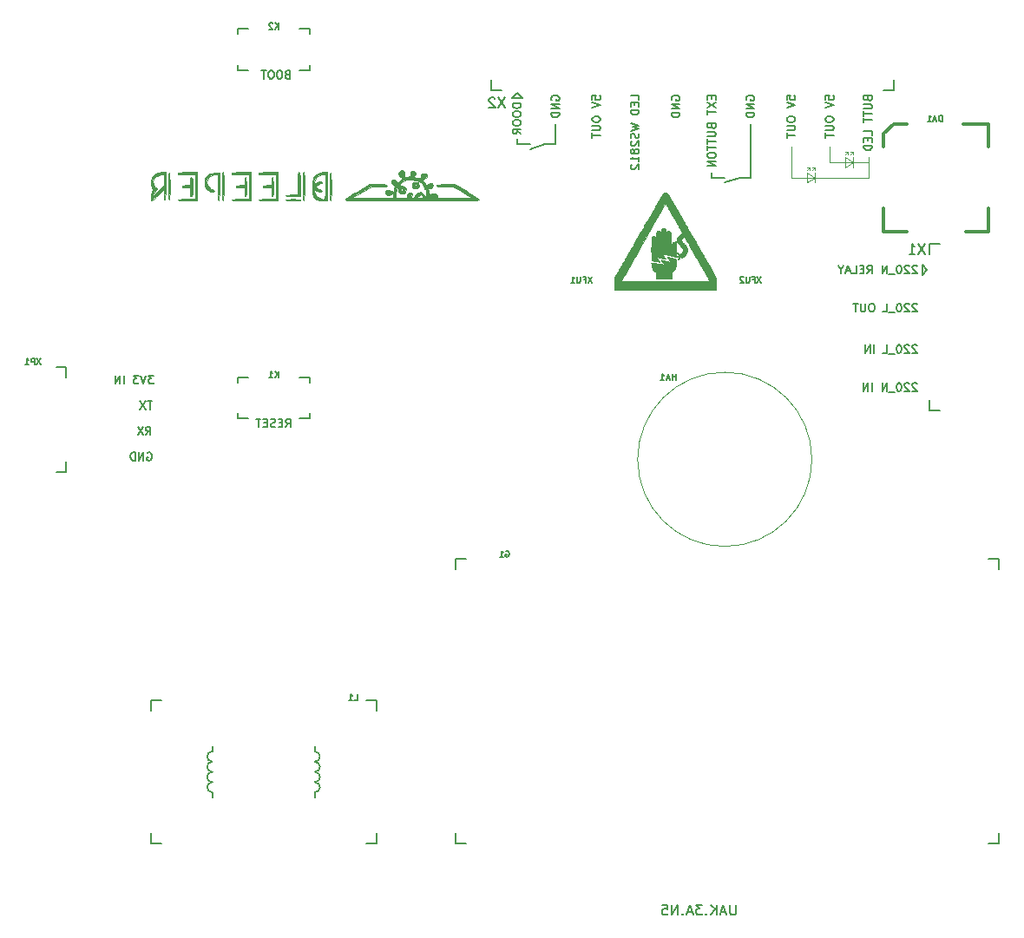
<source format=gbr>
G04 #@! TF.GenerationSoftware,KiCad,Pcbnew,(5.1.2-1)-1*
G04 #@! TF.CreationDate,2021-05-08T22:13:09+03:00*
G04 #@! TF.ProjectId,UAK_3,55414b5f-332e-46b6-9963-61645f706362,rev?*
G04 #@! TF.SameCoordinates,Original*
G04 #@! TF.FileFunction,Legend,Bot*
G04 #@! TF.FilePolarity,Positive*
%FSLAX46Y46*%
G04 Gerber Fmt 4.6, Leading zero omitted, Abs format (unit mm)*
G04 Created by KiCad (PCBNEW (5.1.2-1)-1) date 2021-05-08 22:13:09*
%MOMM*%
%LPD*%
G04 APERTURE LIST*
%ADD10C,0.120000*%
%ADD11C,0.150000*%
%ADD12C,0.200000*%
%ADD13C,0.010000*%
%ADD14C,0.300000*%
G04 APERTURE END LIST*
D10*
X80500000Y74500000D02*
X80500000Y73500000D01*
X81250000Y74500000D02*
X81250000Y73500000D01*
X81250000Y74000000D02*
X80500000Y74500000D01*
X86500000Y74000000D02*
X86500000Y75000000D01*
X81250000Y75000000D02*
X81250000Y74750000D01*
X80750000Y75000000D02*
X80750000Y74750000D01*
X80750000Y75000000D02*
X80500000Y75000000D01*
X80500000Y74750000D02*
X80750000Y75000000D01*
X81250000Y75000000D02*
X81000000Y75000000D01*
X81000000Y74750000D02*
X81250000Y75000000D01*
X79000000Y74000000D02*
X86500000Y74000000D01*
X80500000Y73500000D02*
X81250000Y74000000D01*
X79000000Y74000000D02*
X79000000Y77000000D01*
X82750000Y75500000D02*
X82750000Y77000000D01*
X86500000Y75000000D02*
X86500000Y76000000D01*
X84500000Y76500000D02*
X84500000Y76250000D01*
X84500000Y76500000D02*
X84250000Y76500000D01*
X84250000Y76250000D02*
X84500000Y76500000D01*
X85000000Y76500000D02*
X85000000Y76250000D01*
X85000000Y76500000D02*
X84750000Y76500000D01*
X84750000Y76250000D02*
X85000000Y76500000D01*
X82750000Y75500000D02*
X86500000Y75500000D01*
X85000000Y76000000D02*
X85000000Y75000000D01*
X85000000Y75500000D02*
X84250000Y76000000D01*
X84250000Y75000000D02*
X85000000Y75500000D01*
X84250000Y76000000D02*
X84250000Y75000000D01*
D11*
X75000000Y74000000D02*
X74000000Y74000000D01*
X74000000Y74000000D02*
X72500000Y73500000D01*
X75000000Y79250000D02*
X75000000Y74000000D01*
X71250000Y74500000D02*
X71250000Y74000000D01*
X71250000Y74000000D02*
X72500000Y74000000D01*
X55000000Y77250000D02*
X53500000Y76750000D01*
X56000000Y77250000D02*
X55000000Y77250000D01*
X56000000Y79250000D02*
X56000000Y77250000D01*
X52250000Y77250000D02*
X53500000Y77250000D01*
X52250000Y77750000D02*
X52250000Y77250000D01*
X16011785Y48888095D02*
X16278452Y49269047D01*
X16468928Y48888095D02*
X16468928Y49688095D01*
X16164166Y49688095D01*
X16087976Y49650000D01*
X16049880Y49611904D01*
X16011785Y49535714D01*
X16011785Y49421428D01*
X16049880Y49345238D01*
X16087976Y49307142D01*
X16164166Y49269047D01*
X16468928Y49269047D01*
X15745119Y49688095D02*
X15211785Y48888095D01*
X15211785Y49688095D02*
X15745119Y48888095D01*
X16642738Y52188095D02*
X16185595Y52188095D01*
X16414166Y51388095D02*
X16414166Y52188095D01*
X15995119Y52188095D02*
X15461785Y51388095D01*
X15461785Y52188095D02*
X15995119Y51388095D01*
X16771309Y54688095D02*
X16276071Y54688095D01*
X16542738Y54383333D01*
X16428452Y54383333D01*
X16352261Y54345238D01*
X16314166Y54307142D01*
X16276071Y54230952D01*
X16276071Y54040476D01*
X16314166Y53964285D01*
X16352261Y53926190D01*
X16428452Y53888095D01*
X16657023Y53888095D01*
X16733214Y53926190D01*
X16771309Y53964285D01*
X16047500Y54688095D02*
X15780833Y53888095D01*
X15514166Y54688095D01*
X15323690Y54688095D02*
X14828452Y54688095D01*
X15095119Y54383333D01*
X14980833Y54383333D01*
X14904642Y54345238D01*
X14866547Y54307142D01*
X14828452Y54230952D01*
X14828452Y54040476D01*
X14866547Y53964285D01*
X14904642Y53926190D01*
X14980833Y53888095D01*
X15209404Y53888095D01*
X15285595Y53926190D01*
X15323690Y53964285D01*
X13876071Y53888095D02*
X13876071Y54688095D01*
X13495119Y53888095D02*
X13495119Y54688095D01*
X13037976Y53888095D01*
X13037976Y54688095D01*
X16176071Y47150000D02*
X16252261Y47188095D01*
X16366547Y47188095D01*
X16480833Y47150000D01*
X16557023Y47073809D01*
X16595119Y46997619D01*
X16633214Y46845238D01*
X16633214Y46730952D01*
X16595119Y46578571D01*
X16557023Y46502380D01*
X16480833Y46426190D01*
X16366547Y46388095D01*
X16290357Y46388095D01*
X16176071Y46426190D01*
X16137976Y46464285D01*
X16137976Y46730952D01*
X16290357Y46730952D01*
X15795119Y46388095D02*
X15795119Y47188095D01*
X15337976Y46388095D01*
X15337976Y47188095D01*
X14957023Y46388095D02*
X14957023Y47188095D01*
X14766547Y47188095D01*
X14652261Y47150000D01*
X14576071Y47073809D01*
X14537976Y46997619D01*
X14499880Y46845238D01*
X14499880Y46730952D01*
X14537976Y46578571D01*
X14576071Y46502380D01*
X14652261Y46426190D01*
X14766547Y46388095D01*
X14957023Y46388095D01*
X91250119Y53861904D02*
X91212023Y53900000D01*
X91135833Y53938095D01*
X90945357Y53938095D01*
X90869166Y53900000D01*
X90831071Y53861904D01*
X90792976Y53785714D01*
X90792976Y53709523D01*
X90831071Y53595238D01*
X91288214Y53138095D01*
X90792976Y53138095D01*
X90488214Y53861904D02*
X90450119Y53900000D01*
X90373928Y53938095D01*
X90183452Y53938095D01*
X90107261Y53900000D01*
X90069166Y53861904D01*
X90031071Y53785714D01*
X90031071Y53709523D01*
X90069166Y53595238D01*
X90526309Y53138095D01*
X90031071Y53138095D01*
X89535833Y53938095D02*
X89459642Y53938095D01*
X89383452Y53900000D01*
X89345357Y53861904D01*
X89307261Y53785714D01*
X89269166Y53633333D01*
X89269166Y53442857D01*
X89307261Y53290476D01*
X89345357Y53214285D01*
X89383452Y53176190D01*
X89459642Y53138095D01*
X89535833Y53138095D01*
X89612023Y53176190D01*
X89650119Y53214285D01*
X89688214Y53290476D01*
X89726309Y53442857D01*
X89726309Y53633333D01*
X89688214Y53785714D01*
X89650119Y53861904D01*
X89612023Y53900000D01*
X89535833Y53938095D01*
X89116785Y53061904D02*
X88507261Y53061904D01*
X88316785Y53138095D02*
X88316785Y53938095D01*
X87859642Y53138095D01*
X87859642Y53938095D01*
X86869166Y53138095D02*
X86869166Y53938095D01*
X86488214Y53138095D02*
X86488214Y53938095D01*
X86031071Y53138095D01*
X86031071Y53938095D01*
X91250119Y57611904D02*
X91212023Y57650000D01*
X91135833Y57688095D01*
X90945357Y57688095D01*
X90869166Y57650000D01*
X90831071Y57611904D01*
X90792976Y57535714D01*
X90792976Y57459523D01*
X90831071Y57345238D01*
X91288214Y56888095D01*
X90792976Y56888095D01*
X90488214Y57611904D02*
X90450119Y57650000D01*
X90373928Y57688095D01*
X90183452Y57688095D01*
X90107261Y57650000D01*
X90069166Y57611904D01*
X90031071Y57535714D01*
X90031071Y57459523D01*
X90069166Y57345238D01*
X90526309Y56888095D01*
X90031071Y56888095D01*
X89535833Y57688095D02*
X89459642Y57688095D01*
X89383452Y57650000D01*
X89345357Y57611904D01*
X89307261Y57535714D01*
X89269166Y57383333D01*
X89269166Y57192857D01*
X89307261Y57040476D01*
X89345357Y56964285D01*
X89383452Y56926190D01*
X89459642Y56888095D01*
X89535833Y56888095D01*
X89612023Y56926190D01*
X89650119Y56964285D01*
X89688214Y57040476D01*
X89726309Y57192857D01*
X89726309Y57383333D01*
X89688214Y57535714D01*
X89650119Y57611904D01*
X89612023Y57650000D01*
X89535833Y57688095D01*
X89116785Y56811904D02*
X88507261Y56811904D01*
X87935833Y56888095D02*
X88316785Y56888095D01*
X88316785Y57688095D01*
X87059642Y56888095D02*
X87059642Y57688095D01*
X86678690Y56888095D02*
X86678690Y57688095D01*
X86221547Y56888095D01*
X86221547Y57688095D01*
X91250119Y61611904D02*
X91212023Y61650000D01*
X91135833Y61688095D01*
X90945357Y61688095D01*
X90869166Y61650000D01*
X90831071Y61611904D01*
X90792976Y61535714D01*
X90792976Y61459523D01*
X90831071Y61345238D01*
X91288214Y60888095D01*
X90792976Y60888095D01*
X90488214Y61611904D02*
X90450119Y61650000D01*
X90373928Y61688095D01*
X90183452Y61688095D01*
X90107261Y61650000D01*
X90069166Y61611904D01*
X90031071Y61535714D01*
X90031071Y61459523D01*
X90069166Y61345238D01*
X90526309Y60888095D01*
X90031071Y60888095D01*
X89535833Y61688095D02*
X89459642Y61688095D01*
X89383452Y61650000D01*
X89345357Y61611904D01*
X89307261Y61535714D01*
X89269166Y61383333D01*
X89269166Y61192857D01*
X89307261Y61040476D01*
X89345357Y60964285D01*
X89383452Y60926190D01*
X89459642Y60888095D01*
X89535833Y60888095D01*
X89612023Y60926190D01*
X89650119Y60964285D01*
X89688214Y61040476D01*
X89726309Y61192857D01*
X89726309Y61383333D01*
X89688214Y61535714D01*
X89650119Y61611904D01*
X89612023Y61650000D01*
X89535833Y61688095D01*
X89116785Y60811904D02*
X88507261Y60811904D01*
X87935833Y60888095D02*
X88316785Y60888095D01*
X88316785Y61688095D01*
X86907261Y61688095D02*
X86754880Y61688095D01*
X86678690Y61650000D01*
X86602500Y61573809D01*
X86564404Y61421428D01*
X86564404Y61154761D01*
X86602500Y61002380D01*
X86678690Y60926190D01*
X86754880Y60888095D01*
X86907261Y60888095D01*
X86983452Y60926190D01*
X87059642Y61002380D01*
X87097738Y61154761D01*
X87097738Y61421428D01*
X87059642Y61573809D01*
X86983452Y61650000D01*
X86907261Y61688095D01*
X86221547Y61688095D02*
X86221547Y61040476D01*
X86183452Y60964285D01*
X86145357Y60926190D01*
X86069166Y60888095D01*
X85916785Y60888095D01*
X85840595Y60926190D01*
X85802500Y60964285D01*
X85764404Y61040476D01*
X85764404Y61688095D01*
X85497738Y61688095D02*
X85040595Y61688095D01*
X85269166Y60888095D02*
X85269166Y61688095D01*
X91250119Y65361904D02*
X91212023Y65400000D01*
X91135833Y65438095D01*
X90945357Y65438095D01*
X90869166Y65400000D01*
X90831071Y65361904D01*
X90792976Y65285714D01*
X90792976Y65209523D01*
X90831071Y65095238D01*
X91288214Y64638095D01*
X90792976Y64638095D01*
X90488214Y65361904D02*
X90450119Y65400000D01*
X90373928Y65438095D01*
X90183452Y65438095D01*
X90107261Y65400000D01*
X90069166Y65361904D01*
X90031071Y65285714D01*
X90031071Y65209523D01*
X90069166Y65095238D01*
X90526309Y64638095D01*
X90031071Y64638095D01*
X89535833Y65438095D02*
X89459642Y65438095D01*
X89383452Y65400000D01*
X89345357Y65361904D01*
X89307261Y65285714D01*
X89269166Y65133333D01*
X89269166Y64942857D01*
X89307261Y64790476D01*
X89345357Y64714285D01*
X89383452Y64676190D01*
X89459642Y64638095D01*
X89535833Y64638095D01*
X89612023Y64676190D01*
X89650119Y64714285D01*
X89688214Y64790476D01*
X89726309Y64942857D01*
X89726309Y65133333D01*
X89688214Y65285714D01*
X89650119Y65361904D01*
X89612023Y65400000D01*
X89535833Y65438095D01*
X89116785Y64561904D02*
X88507261Y64561904D01*
X88316785Y64638095D02*
X88316785Y65438095D01*
X87859642Y64638095D01*
X87859642Y65438095D01*
X86412023Y64638095D02*
X86678690Y65019047D01*
X86869166Y64638095D02*
X86869166Y65438095D01*
X86564404Y65438095D01*
X86488214Y65400000D01*
X86450119Y65361904D01*
X86412023Y65285714D01*
X86412023Y65171428D01*
X86450119Y65095238D01*
X86488214Y65057142D01*
X86564404Y65019047D01*
X86869166Y65019047D01*
X86069166Y65057142D02*
X85802500Y65057142D01*
X85688214Y64638095D02*
X86069166Y64638095D01*
X86069166Y65438095D01*
X85688214Y65438095D01*
X84964404Y64638095D02*
X85345357Y64638095D01*
X85345357Y65438095D01*
X84735833Y64866666D02*
X84354880Y64866666D01*
X84812023Y64638095D02*
X84545357Y65438095D01*
X84278690Y64638095D01*
X83859642Y65019047D02*
X83859642Y64638095D01*
X84126309Y65438095D02*
X83859642Y65019047D01*
X83592976Y65438095D01*
X86442857Y81695357D02*
X86480952Y81581071D01*
X86519047Y81542976D01*
X86595238Y81504880D01*
X86709523Y81504880D01*
X86785714Y81542976D01*
X86823809Y81581071D01*
X86861904Y81657261D01*
X86861904Y81962023D01*
X86061904Y81962023D01*
X86061904Y81695357D01*
X86100000Y81619166D01*
X86138095Y81581071D01*
X86214285Y81542976D01*
X86290476Y81542976D01*
X86366666Y81581071D01*
X86404761Y81619166D01*
X86442857Y81695357D01*
X86442857Y81962023D01*
X86061904Y81162023D02*
X86709523Y81162023D01*
X86785714Y81123928D01*
X86823809Y81085833D01*
X86861904Y81009642D01*
X86861904Y80857261D01*
X86823809Y80781071D01*
X86785714Y80742976D01*
X86709523Y80704880D01*
X86061904Y80704880D01*
X86061904Y80438214D02*
X86061904Y79981071D01*
X86861904Y80209642D02*
X86061904Y80209642D01*
X86061904Y79828690D02*
X86061904Y79371547D01*
X86861904Y79600119D02*
X86061904Y79600119D01*
X86861904Y78114404D02*
X86861904Y78495357D01*
X86061904Y78495357D01*
X86442857Y77847738D02*
X86442857Y77581071D01*
X86861904Y77466785D02*
X86861904Y77847738D01*
X86061904Y77847738D01*
X86061904Y77466785D01*
X86861904Y77123928D02*
X86061904Y77123928D01*
X86061904Y76933452D01*
X86100000Y76819166D01*
X86176190Y76742976D01*
X86252380Y76704880D01*
X86404761Y76666785D01*
X86519047Y76666785D01*
X86671428Y76704880D01*
X86747619Y76742976D01*
X86823809Y76819166D01*
X86861904Y76933452D01*
X86861904Y77123928D01*
X82311904Y81581071D02*
X82311904Y81962023D01*
X82692857Y82000119D01*
X82654761Y81962023D01*
X82616666Y81885833D01*
X82616666Y81695357D01*
X82654761Y81619166D01*
X82692857Y81581071D01*
X82769047Y81542976D01*
X82959523Y81542976D01*
X83035714Y81581071D01*
X83073809Y81619166D01*
X83111904Y81695357D01*
X83111904Y81885833D01*
X83073809Y81962023D01*
X83035714Y82000119D01*
X82311904Y81314404D02*
X83111904Y81047738D01*
X82311904Y80781071D01*
X82311904Y79752500D02*
X82311904Y79600119D01*
X82350000Y79523928D01*
X82426190Y79447738D01*
X82578571Y79409642D01*
X82845238Y79409642D01*
X82997619Y79447738D01*
X83073809Y79523928D01*
X83111904Y79600119D01*
X83111904Y79752500D01*
X83073809Y79828690D01*
X82997619Y79904880D01*
X82845238Y79942976D01*
X82578571Y79942976D01*
X82426190Y79904880D01*
X82350000Y79828690D01*
X82311904Y79752500D01*
X82311904Y79066785D02*
X82959523Y79066785D01*
X83035714Y79028690D01*
X83073809Y78990595D01*
X83111904Y78914404D01*
X83111904Y78762023D01*
X83073809Y78685833D01*
X83035714Y78647738D01*
X82959523Y78609642D01*
X82311904Y78609642D01*
X82311904Y78342976D02*
X82311904Y77885833D01*
X83111904Y78114404D02*
X82311904Y78114404D01*
X78561904Y81581071D02*
X78561904Y81962023D01*
X78942857Y82000119D01*
X78904761Y81962023D01*
X78866666Y81885833D01*
X78866666Y81695357D01*
X78904761Y81619166D01*
X78942857Y81581071D01*
X79019047Y81542976D01*
X79209523Y81542976D01*
X79285714Y81581071D01*
X79323809Y81619166D01*
X79361904Y81695357D01*
X79361904Y81885833D01*
X79323809Y81962023D01*
X79285714Y82000119D01*
X78561904Y81314404D02*
X79361904Y81047738D01*
X78561904Y80781071D01*
X78561904Y79752500D02*
X78561904Y79600119D01*
X78600000Y79523928D01*
X78676190Y79447738D01*
X78828571Y79409642D01*
X79095238Y79409642D01*
X79247619Y79447738D01*
X79323809Y79523928D01*
X79361904Y79600119D01*
X79361904Y79752500D01*
X79323809Y79828690D01*
X79247619Y79904880D01*
X79095238Y79942976D01*
X78828571Y79942976D01*
X78676190Y79904880D01*
X78600000Y79828690D01*
X78561904Y79752500D01*
X78561904Y79066785D02*
X79209523Y79066785D01*
X79285714Y79028690D01*
X79323809Y78990595D01*
X79361904Y78914404D01*
X79361904Y78762023D01*
X79323809Y78685833D01*
X79285714Y78647738D01*
X79209523Y78609642D01*
X78561904Y78609642D01*
X78561904Y78342976D02*
X78561904Y77885833D01*
X79361904Y78114404D02*
X78561904Y78114404D01*
X71192857Y81962023D02*
X71192857Y81695357D01*
X71611904Y81581071D02*
X71611904Y81962023D01*
X70811904Y81962023D01*
X70811904Y81581071D01*
X70811904Y81314404D02*
X71611904Y80781071D01*
X70811904Y80781071D02*
X71611904Y81314404D01*
X70811904Y80590595D02*
X70811904Y80133452D01*
X71611904Y80362023D02*
X70811904Y80362023D01*
X71192857Y78990595D02*
X71230952Y78876309D01*
X71269047Y78838214D01*
X71345238Y78800119D01*
X71459523Y78800119D01*
X71535714Y78838214D01*
X71573809Y78876309D01*
X71611904Y78952500D01*
X71611904Y79257261D01*
X70811904Y79257261D01*
X70811904Y78990595D01*
X70850000Y78914404D01*
X70888095Y78876309D01*
X70964285Y78838214D01*
X71040476Y78838214D01*
X71116666Y78876309D01*
X71154761Y78914404D01*
X71192857Y78990595D01*
X71192857Y79257261D01*
X70811904Y78457261D02*
X71459523Y78457261D01*
X71535714Y78419166D01*
X71573809Y78381071D01*
X71611904Y78304880D01*
X71611904Y78152500D01*
X71573809Y78076309D01*
X71535714Y78038214D01*
X71459523Y78000119D01*
X70811904Y78000119D01*
X70811904Y77733452D02*
X70811904Y77276309D01*
X71611904Y77504880D02*
X70811904Y77504880D01*
X70811904Y77123928D02*
X70811904Y76666785D01*
X71611904Y76895357D02*
X70811904Y76895357D01*
X70811904Y76247738D02*
X70811904Y76095357D01*
X70850000Y76019166D01*
X70926190Y75942976D01*
X71078571Y75904880D01*
X71345238Y75904880D01*
X71497619Y75942976D01*
X71573809Y76019166D01*
X71611904Y76095357D01*
X71611904Y76247738D01*
X71573809Y76323928D01*
X71497619Y76400119D01*
X71345238Y76438214D01*
X71078571Y76438214D01*
X70926190Y76400119D01*
X70850000Y76323928D01*
X70811904Y76247738D01*
X71611904Y75562023D02*
X70811904Y75562023D01*
X71611904Y75104880D01*
X70811904Y75104880D01*
X59561904Y81581071D02*
X59561904Y81962023D01*
X59942857Y82000119D01*
X59904761Y81962023D01*
X59866666Y81885833D01*
X59866666Y81695357D01*
X59904761Y81619166D01*
X59942857Y81581071D01*
X60019047Y81542976D01*
X60209523Y81542976D01*
X60285714Y81581071D01*
X60323809Y81619166D01*
X60361904Y81695357D01*
X60361904Y81885833D01*
X60323809Y81962023D01*
X60285714Y82000119D01*
X59561904Y81314404D02*
X60361904Y81047738D01*
X59561904Y80781071D01*
X59561904Y79752500D02*
X59561904Y79600119D01*
X59600000Y79523928D01*
X59676190Y79447738D01*
X59828571Y79409642D01*
X60095238Y79409642D01*
X60247619Y79447738D01*
X60323809Y79523928D01*
X60361904Y79600119D01*
X60361904Y79752500D01*
X60323809Y79828690D01*
X60247619Y79904880D01*
X60095238Y79942976D01*
X59828571Y79942976D01*
X59676190Y79904880D01*
X59600000Y79828690D01*
X59561904Y79752500D01*
X59561904Y79066785D02*
X60209523Y79066785D01*
X60285714Y79028690D01*
X60323809Y78990595D01*
X60361904Y78914404D01*
X60361904Y78762023D01*
X60323809Y78685833D01*
X60285714Y78647738D01*
X60209523Y78609642D01*
X59561904Y78609642D01*
X59561904Y78342976D02*
X59561904Y77885833D01*
X60361904Y78114404D02*
X59561904Y78114404D01*
X74600000Y81542976D02*
X74561904Y81619166D01*
X74561904Y81733452D01*
X74600000Y81847738D01*
X74676190Y81923928D01*
X74752380Y81962023D01*
X74904761Y82000119D01*
X75019047Y82000119D01*
X75171428Y81962023D01*
X75247619Y81923928D01*
X75323809Y81847738D01*
X75361904Y81733452D01*
X75361904Y81657261D01*
X75323809Y81542976D01*
X75285714Y81504880D01*
X75019047Y81504880D01*
X75019047Y81657261D01*
X75361904Y81162023D02*
X74561904Y81162023D01*
X75361904Y80704880D01*
X74561904Y80704880D01*
X75361904Y80323928D02*
X74561904Y80323928D01*
X74561904Y80133452D01*
X74600000Y80019166D01*
X74676190Y79942976D01*
X74752380Y79904880D01*
X74904761Y79866785D01*
X75019047Y79866785D01*
X75171428Y79904880D01*
X75247619Y79942976D01*
X75323809Y80019166D01*
X75361904Y80133452D01*
X75361904Y80323928D01*
X67350000Y81542976D02*
X67311904Y81619166D01*
X67311904Y81733452D01*
X67350000Y81847738D01*
X67426190Y81923928D01*
X67502380Y81962023D01*
X67654761Y82000119D01*
X67769047Y82000119D01*
X67921428Y81962023D01*
X67997619Y81923928D01*
X68073809Y81847738D01*
X68111904Y81733452D01*
X68111904Y81657261D01*
X68073809Y81542976D01*
X68035714Y81504880D01*
X67769047Y81504880D01*
X67769047Y81657261D01*
X68111904Y81162023D02*
X67311904Y81162023D01*
X68111904Y80704880D01*
X67311904Y80704880D01*
X68111904Y80323928D02*
X67311904Y80323928D01*
X67311904Y80133452D01*
X67350000Y80019166D01*
X67426190Y79942976D01*
X67502380Y79904880D01*
X67654761Y79866785D01*
X67769047Y79866785D01*
X67921428Y79904880D01*
X67997619Y79942976D01*
X68073809Y80019166D01*
X68111904Y80133452D01*
X68111904Y80323928D01*
X64111904Y81581071D02*
X64111904Y81962023D01*
X63311904Y81962023D01*
X63692857Y81314404D02*
X63692857Y81047738D01*
X64111904Y80933452D02*
X64111904Y81314404D01*
X63311904Y81314404D01*
X63311904Y80933452D01*
X64111904Y80590595D02*
X63311904Y80590595D01*
X63311904Y80400119D01*
X63350000Y80285833D01*
X63426190Y80209642D01*
X63502380Y80171547D01*
X63654761Y80133452D01*
X63769047Y80133452D01*
X63921428Y80171547D01*
X63997619Y80209642D01*
X64073809Y80285833D01*
X64111904Y80400119D01*
X64111904Y80590595D01*
X63311904Y79257261D02*
X64111904Y79066785D01*
X63540476Y78914404D01*
X64111904Y78762023D01*
X63311904Y78571547D01*
X64073809Y78304880D02*
X64111904Y78190595D01*
X64111904Y78000119D01*
X64073809Y77923928D01*
X64035714Y77885833D01*
X63959523Y77847738D01*
X63883333Y77847738D01*
X63807142Y77885833D01*
X63769047Y77923928D01*
X63730952Y78000119D01*
X63692857Y78152500D01*
X63654761Y78228690D01*
X63616666Y78266785D01*
X63540476Y78304880D01*
X63464285Y78304880D01*
X63388095Y78266785D01*
X63350000Y78228690D01*
X63311904Y78152500D01*
X63311904Y77962023D01*
X63350000Y77847738D01*
X63388095Y77542976D02*
X63350000Y77504880D01*
X63311904Y77428690D01*
X63311904Y77238214D01*
X63350000Y77162023D01*
X63388095Y77123928D01*
X63464285Y77085833D01*
X63540476Y77085833D01*
X63654761Y77123928D01*
X64111904Y77581071D01*
X64111904Y77085833D01*
X63654761Y76628690D02*
X63616666Y76704880D01*
X63578571Y76742976D01*
X63502380Y76781071D01*
X63464285Y76781071D01*
X63388095Y76742976D01*
X63350000Y76704880D01*
X63311904Y76628690D01*
X63311904Y76476309D01*
X63350000Y76400119D01*
X63388095Y76362023D01*
X63464285Y76323928D01*
X63502380Y76323928D01*
X63578571Y76362023D01*
X63616666Y76400119D01*
X63654761Y76476309D01*
X63654761Y76628690D01*
X63692857Y76704880D01*
X63730952Y76742976D01*
X63807142Y76781071D01*
X63959523Y76781071D01*
X64035714Y76742976D01*
X64073809Y76704880D01*
X64111904Y76628690D01*
X64111904Y76476309D01*
X64073809Y76400119D01*
X64035714Y76362023D01*
X63959523Y76323928D01*
X63807142Y76323928D01*
X63730952Y76362023D01*
X63692857Y76400119D01*
X63654761Y76476309D01*
X64111904Y75562023D02*
X64111904Y76019166D01*
X64111904Y75790595D02*
X63311904Y75790595D01*
X63426190Y75866785D01*
X63502380Y75942976D01*
X63540476Y76019166D01*
X63388095Y75257261D02*
X63350000Y75219166D01*
X63311904Y75142976D01*
X63311904Y74952500D01*
X63350000Y74876309D01*
X63388095Y74838214D01*
X63464285Y74800119D01*
X63540476Y74800119D01*
X63654761Y74838214D01*
X64111904Y75295357D01*
X64111904Y74800119D01*
X52611904Y81212023D02*
X51811904Y81212023D01*
X51811904Y81021547D01*
X51850000Y80907261D01*
X51926190Y80831071D01*
X52002380Y80792976D01*
X52154761Y80754880D01*
X52269047Y80754880D01*
X52421428Y80792976D01*
X52497619Y80831071D01*
X52573809Y80907261D01*
X52611904Y81021547D01*
X52611904Y81212023D01*
X51811904Y80259642D02*
X51811904Y80107261D01*
X51850000Y80031071D01*
X51926190Y79954880D01*
X52078571Y79916785D01*
X52345238Y79916785D01*
X52497619Y79954880D01*
X52573809Y80031071D01*
X52611904Y80107261D01*
X52611904Y80259642D01*
X52573809Y80335833D01*
X52497619Y80412023D01*
X52345238Y80450119D01*
X52078571Y80450119D01*
X51926190Y80412023D01*
X51850000Y80335833D01*
X51811904Y80259642D01*
X51811904Y79421547D02*
X51811904Y79269166D01*
X51850000Y79192976D01*
X51926190Y79116785D01*
X52078571Y79078690D01*
X52345238Y79078690D01*
X52497619Y79116785D01*
X52573809Y79192976D01*
X52611904Y79269166D01*
X52611904Y79421547D01*
X52573809Y79497738D01*
X52497619Y79573928D01*
X52345238Y79612023D01*
X52078571Y79612023D01*
X51926190Y79573928D01*
X51850000Y79497738D01*
X51811904Y79421547D01*
X52611904Y78278690D02*
X52230952Y78545357D01*
X52611904Y78735833D02*
X51811904Y78735833D01*
X51811904Y78431071D01*
X51850000Y78354880D01*
X51888095Y78316785D01*
X51964285Y78278690D01*
X52078571Y78278690D01*
X52154761Y78316785D01*
X52192857Y78354880D01*
X52230952Y78431071D01*
X52230952Y78735833D01*
X55600000Y81542976D02*
X55561904Y81619166D01*
X55561904Y81733452D01*
X55600000Y81847738D01*
X55676190Y81923928D01*
X55752380Y81962023D01*
X55904761Y82000119D01*
X56019047Y82000119D01*
X56171428Y81962023D01*
X56247619Y81923928D01*
X56323809Y81847738D01*
X56361904Y81733452D01*
X56361904Y81657261D01*
X56323809Y81542976D01*
X56285714Y81504880D01*
X56019047Y81504880D01*
X56019047Y81657261D01*
X56361904Y81162023D02*
X55561904Y81162023D01*
X56361904Y80704880D01*
X55561904Y80704880D01*
X56361904Y80323928D02*
X55561904Y80323928D01*
X55561904Y80133452D01*
X55600000Y80019166D01*
X55676190Y79942976D01*
X55752380Y79904880D01*
X55904761Y79866785D01*
X56019047Y79866785D01*
X56171428Y79904880D01*
X56247619Y79942976D01*
X56323809Y80019166D01*
X56361904Y80133452D01*
X56361904Y80323928D01*
X29835714Y84057142D02*
X29721428Y84019047D01*
X29683333Y83980952D01*
X29645238Y83904761D01*
X29645238Y83790476D01*
X29683333Y83714285D01*
X29721428Y83676190D01*
X29797619Y83638095D01*
X30102380Y83638095D01*
X30102380Y84438095D01*
X29835714Y84438095D01*
X29759523Y84400000D01*
X29721428Y84361904D01*
X29683333Y84285714D01*
X29683333Y84209523D01*
X29721428Y84133333D01*
X29759523Y84095238D01*
X29835714Y84057142D01*
X30102380Y84057142D01*
X29150000Y84438095D02*
X28997619Y84438095D01*
X28921428Y84400000D01*
X28845238Y84323809D01*
X28807142Y84171428D01*
X28807142Y83904761D01*
X28845238Y83752380D01*
X28921428Y83676190D01*
X28997619Y83638095D01*
X29150000Y83638095D01*
X29226190Y83676190D01*
X29302380Y83752380D01*
X29340476Y83904761D01*
X29340476Y84171428D01*
X29302380Y84323809D01*
X29226190Y84400000D01*
X29150000Y84438095D01*
X28311904Y84438095D02*
X28159523Y84438095D01*
X28083333Y84400000D01*
X28007142Y84323809D01*
X27969047Y84171428D01*
X27969047Y83904761D01*
X28007142Y83752380D01*
X28083333Y83676190D01*
X28159523Y83638095D01*
X28311904Y83638095D01*
X28388095Y83676190D01*
X28464285Y83752380D01*
X28502380Y83904761D01*
X28502380Y84171428D01*
X28464285Y84323809D01*
X28388095Y84400000D01*
X28311904Y84438095D01*
X27740476Y84438095D02*
X27283333Y84438095D01*
X27511904Y83638095D02*
X27511904Y84438095D01*
X29661904Y49638095D02*
X29928571Y50019047D01*
X30119047Y49638095D02*
X30119047Y50438095D01*
X29814285Y50438095D01*
X29738095Y50400000D01*
X29700000Y50361904D01*
X29661904Y50285714D01*
X29661904Y50171428D01*
X29700000Y50095238D01*
X29738095Y50057142D01*
X29814285Y50019047D01*
X30119047Y50019047D01*
X29319047Y50057142D02*
X29052380Y50057142D01*
X28938095Y49638095D02*
X29319047Y49638095D01*
X29319047Y50438095D01*
X28938095Y50438095D01*
X28633333Y49676190D02*
X28519047Y49638095D01*
X28328571Y49638095D01*
X28252380Y49676190D01*
X28214285Y49714285D01*
X28176190Y49790476D01*
X28176190Y49866666D01*
X28214285Y49942857D01*
X28252380Y49980952D01*
X28328571Y50019047D01*
X28480952Y50057142D01*
X28557142Y50095238D01*
X28595238Y50133333D01*
X28633333Y50209523D01*
X28633333Y50285714D01*
X28595238Y50361904D01*
X28557142Y50400000D01*
X28480952Y50438095D01*
X28290476Y50438095D01*
X28176190Y50400000D01*
X27833333Y50057142D02*
X27566666Y50057142D01*
X27452380Y49638095D02*
X27833333Y49638095D01*
X27833333Y50438095D01*
X27452380Y50438095D01*
X27223809Y50438095D02*
X26766666Y50438095D01*
X26995238Y49638095D02*
X26995238Y50438095D01*
X73595238Y3047619D02*
X73595238Y2238095D01*
X73547619Y2142857D01*
X73500000Y2095238D01*
X73404761Y2047619D01*
X73214285Y2047619D01*
X73119047Y2095238D01*
X73071428Y2142857D01*
X73023809Y2238095D01*
X73023809Y3047619D01*
X72595238Y2333333D02*
X72119047Y2333333D01*
X72690476Y2047619D02*
X72357142Y3047619D01*
X72023809Y2047619D01*
X71690476Y2047619D02*
X71690476Y3047619D01*
X71119047Y2047619D02*
X71547619Y2619047D01*
X71119047Y3047619D02*
X71690476Y2476190D01*
X70690476Y2142857D02*
X70642857Y2095238D01*
X70690476Y2047619D01*
X70738095Y2095238D01*
X70690476Y2142857D01*
X70690476Y2047619D01*
X70309523Y3047619D02*
X69690476Y3047619D01*
X70023809Y2666666D01*
X69880952Y2666666D01*
X69785714Y2619047D01*
X69738095Y2571428D01*
X69690476Y2476190D01*
X69690476Y2238095D01*
X69738095Y2142857D01*
X69785714Y2095238D01*
X69880952Y2047619D01*
X70166666Y2047619D01*
X70261904Y2095238D01*
X70309523Y2142857D01*
X69309523Y2333333D02*
X68833333Y2333333D01*
X69404761Y2047619D02*
X69071428Y3047619D01*
X68738095Y2047619D01*
X68404761Y2142857D02*
X68357142Y2095238D01*
X68404761Y2047619D01*
X68452380Y2095238D01*
X68404761Y2142857D01*
X68404761Y2047619D01*
X67928571Y2047619D02*
X67928571Y3047619D01*
X67357142Y2047619D01*
X67357142Y3047619D01*
X66404761Y3047619D02*
X66880952Y3047619D01*
X66928571Y2571428D01*
X66880952Y2619047D01*
X66785714Y2666666D01*
X66547619Y2666666D01*
X66452380Y2619047D01*
X66404761Y2571428D01*
X66357142Y2476190D01*
X66357142Y2238095D01*
X66404761Y2142857D01*
X66452380Y2095238D01*
X66547619Y2047619D01*
X66785714Y2047619D01*
X66880952Y2095238D01*
X66928571Y2142857D01*
D12*
X89000000Y82500000D02*
X88000000Y82500000D01*
X89000000Y82500000D02*
X89000000Y83500000D01*
X51750000Y81750000D02*
X52250000Y82250000D01*
X52750000Y81750000D02*
X51750000Y81750000D01*
X52250000Y82250000D02*
X52750000Y81750000D01*
X49750000Y82500000D02*
X49750000Y83500000D01*
X49750000Y82500000D02*
X50750000Y82500000D01*
X92500000Y51250000D02*
X92500000Y52250000D01*
X92500000Y51250000D02*
X93500000Y51250000D01*
X91750000Y65500000D02*
X92250000Y65000000D01*
X91750000Y64500000D02*
X91750000Y65500000D01*
X92250000Y65000000D02*
X91750000Y64500000D01*
X92500000Y67500000D02*
X93500000Y67500000D01*
X92500000Y67500000D02*
X92500000Y66500000D01*
D10*
X81000000Y46500000D02*
G75*
G03X81000000Y46500000I-8500000J0D01*
G01*
D11*
X8250000Y45250000D02*
X8250000Y46250000D01*
X8250000Y45250000D02*
X7250000Y45250000D01*
X8250000Y55500000D02*
X8250000Y54500000D01*
X8250000Y55500000D02*
X7250000Y55500000D01*
D13*
G36*
X66457465Y69076014D02*
G01*
X66425004Y69065043D01*
X66384480Y69035279D01*
X66347190Y68992945D01*
X66320309Y68946814D01*
X66314143Y68929498D01*
X66311854Y68909772D01*
X66309815Y68867988D01*
X66308026Y68804175D01*
X66306487Y68718360D01*
X66305197Y68610573D01*
X66304158Y68480840D01*
X66303370Y68329190D01*
X66302833Y68155651D01*
X66302547Y67960250D01*
X66302497Y67835892D01*
X66302435Y66784000D01*
X66236658Y66784000D01*
X66233655Y67720750D01*
X66230652Y68657499D01*
X66204040Y68696333D01*
X66158035Y68745616D01*
X66101166Y68778433D01*
X66038003Y68793174D01*
X65973118Y68788228D01*
X65956581Y68783535D01*
X65916279Y68761269D01*
X65876929Y68724686D01*
X65844981Y68680860D01*
X65828362Y68642847D01*
X65825868Y68622374D01*
X65823671Y68579972D01*
X65821771Y68515621D01*
X65820167Y68429302D01*
X65818859Y68320995D01*
X65817847Y68190680D01*
X65817131Y68038336D01*
X65816710Y67863945D01*
X65816584Y67692326D01*
X65816522Y66784000D01*
X65739218Y66784000D01*
X65739218Y67445890D01*
X65739012Y67609673D01*
X65738396Y67751502D01*
X65737369Y67871358D01*
X65735933Y67969222D01*
X65734086Y68045073D01*
X65731830Y68098891D01*
X65729165Y68130658D01*
X65727472Y68138868D01*
X65696369Y68191486D01*
X65649657Y68231666D01*
X65591587Y68256635D01*
X65535987Y68263826D01*
X65469102Y68255463D01*
X65415071Y68229553D01*
X65371878Y68184862D01*
X65351621Y68151071D01*
X65348182Y68143714D01*
X65345140Y68134980D01*
X65342471Y68123544D01*
X65340149Y68108085D01*
X65338152Y68087280D01*
X65336454Y68059806D01*
X65335031Y68024341D01*
X65333859Y67979562D01*
X65332915Y67924147D01*
X65332173Y67856773D01*
X65331609Y67776118D01*
X65331199Y67680858D01*
X65330919Y67569672D01*
X65330744Y67441236D01*
X65330650Y67294229D01*
X65330614Y67127327D01*
X65330609Y67006054D01*
X65330625Y66825260D01*
X65330688Y66665277D01*
X65330819Y66524831D01*
X65331042Y66402646D01*
X65331378Y66297447D01*
X65331850Y66207959D01*
X65332479Y66132906D01*
X65333289Y66071014D01*
X65334301Y66021006D01*
X65335537Y65981608D01*
X65337019Y65951545D01*
X65338771Y65929540D01*
X65340813Y65914320D01*
X65343169Y65904608D01*
X65345860Y65899130D01*
X65348908Y65896610D01*
X65349935Y65896228D01*
X65366301Y65892775D01*
X65401170Y65886394D01*
X65451427Y65877598D01*
X65513957Y65866900D01*
X65585649Y65854811D01*
X65663387Y65841844D01*
X65744058Y65828512D01*
X65824549Y65815327D01*
X65901744Y65802802D01*
X65972531Y65791449D01*
X66033796Y65781780D01*
X66082424Y65774309D01*
X66115302Y65769548D01*
X66129039Y65768000D01*
X66142346Y65771948D01*
X66138221Y65787051D01*
X66138072Y65787326D01*
X66127454Y65804194D01*
X66107251Y65834211D01*
X66080736Y65872568D01*
X66061079Y65900522D01*
X66027933Y65947388D01*
X65994660Y65994519D01*
X65966429Y66034591D01*
X65955876Y66049609D01*
X65931261Y66084560D01*
X65899484Y66129497D01*
X65866207Y66176419D01*
X65855609Y66191329D01*
X65794083Y66277832D01*
X65830151Y66270617D01*
X65863935Y66262681D01*
X65904202Y66251686D01*
X65915913Y66248195D01*
X65950073Y66238291D01*
X66001665Y66224034D01*
X66066724Y66206458D01*
X66141288Y66186599D01*
X66221391Y66165494D01*
X66303069Y66144178D01*
X66382357Y66123686D01*
X66455292Y66105054D01*
X66517909Y66089318D01*
X66566244Y66077514D01*
X66591363Y66071728D01*
X66632409Y66062757D01*
X66664060Y66056843D01*
X66686036Y66055736D01*
X66698056Y66061183D01*
X66699839Y66074932D01*
X66691104Y66098732D01*
X66671570Y66134330D01*
X66640956Y66183475D01*
X66598981Y66247914D01*
X66551427Y66320174D01*
X66507718Y66387288D01*
X66468863Y66448208D01*
X66436298Y66500580D01*
X66411458Y66542048D01*
X66395779Y66570259D01*
X66390697Y66582857D01*
X66390984Y66583275D01*
X66405720Y66582302D01*
X66436139Y66576610D01*
X66476621Y66567304D01*
X66492627Y66563269D01*
X66630656Y66527650D01*
X66748850Y66497127D01*
X66848763Y66471299D01*
X66931953Y66449761D01*
X66999975Y66432113D01*
X67054385Y66417951D01*
X67075479Y66412441D01*
X67170857Y66387583D01*
X67272579Y66361220D01*
X67374477Y66334942D01*
X67470385Y66310337D01*
X67554136Y66288993D01*
X67589000Y66280173D01*
X67637366Y66267921D01*
X67679110Y66257243D01*
X67708662Y66249571D01*
X67718761Y66246854D01*
X67722547Y66246715D01*
X67725805Y66249616D01*
X67728574Y66257082D01*
X67730894Y66270639D01*
X67732805Y66291810D01*
X67734345Y66322122D01*
X67735555Y66363098D01*
X67736474Y66416265D01*
X67737141Y66483147D01*
X67737596Y66565270D01*
X67737878Y66664157D01*
X67738027Y66781335D01*
X67738082Y66918329D01*
X67738087Y66993082D01*
X67738087Y67744783D01*
X67679353Y67744783D01*
X67586218Y67734720D01*
X67502468Y67704793D01*
X67428680Y67655392D01*
X67365434Y67586908D01*
X67313308Y67499732D01*
X67311672Y67496305D01*
X67304203Y67479934D01*
X67298310Y67464125D01*
X67293806Y67446136D01*
X67290502Y67423223D01*
X67288211Y67392644D01*
X67286745Y67351657D01*
X67285917Y67297519D01*
X67285539Y67227488D01*
X67285423Y67138822D01*
X67285413Y67112544D01*
X67285338Y67018840D01*
X67285078Y66944887D01*
X67284475Y66888349D01*
X67283370Y66846890D01*
X67281606Y66818174D01*
X67279026Y66799865D01*
X67275471Y66789627D01*
X67270784Y66785124D01*
X67264806Y66784019D01*
X67263218Y66784000D01*
X67240942Y66783998D01*
X67232848Y66783996D01*
X67231532Y66794771D01*
X67230152Y66826028D01*
X67228733Y66876161D01*
X67227298Y66943565D01*
X67225871Y67026634D01*
X67224475Y67123764D01*
X67223134Y67233348D01*
X67221873Y67353782D01*
X67220713Y67483461D01*
X67219680Y67620778D01*
X67219044Y67720743D01*
X67213522Y68657495D01*
X67182422Y68704484D01*
X67139638Y68750645D01*
X67086070Y68780533D01*
X67026450Y68793595D01*
X66965511Y68789277D01*
X66907986Y68767025D01*
X66872575Y68740754D01*
X66860880Y68730085D01*
X66850619Y68720389D01*
X66841688Y68710231D01*
X66833986Y68698172D01*
X66827412Y68682775D01*
X66821863Y68662603D01*
X66817239Y68636218D01*
X66813437Y68602184D01*
X66810355Y68559062D01*
X66807893Y68505416D01*
X66805947Y68439807D01*
X66804417Y68360800D01*
X66803201Y68266955D01*
X66802196Y68156836D01*
X66801302Y68029006D01*
X66800417Y67882028D01*
X66799438Y67714463D01*
X66799392Y67706680D01*
X66793870Y66779577D01*
X66760739Y66779578D01*
X66727609Y66779579D01*
X66722087Y67862102D01*
X66716565Y68944624D01*
X66686184Y68990529D01*
X66658065Y69023632D01*
X66623865Y69051775D01*
X66612080Y69058739D01*
X66564213Y69074829D01*
X66509559Y69080693D01*
X66457465Y69076014D01*
X66457465Y69076014D01*
G37*
X66457465Y69076014D02*
X66425004Y69065043D01*
X66384480Y69035279D01*
X66347190Y68992945D01*
X66320309Y68946814D01*
X66314143Y68929498D01*
X66311854Y68909772D01*
X66309815Y68867988D01*
X66308026Y68804175D01*
X66306487Y68718360D01*
X66305197Y68610573D01*
X66304158Y68480840D01*
X66303370Y68329190D01*
X66302833Y68155651D01*
X66302547Y67960250D01*
X66302497Y67835892D01*
X66302435Y66784000D01*
X66236658Y66784000D01*
X66233655Y67720750D01*
X66230652Y68657499D01*
X66204040Y68696333D01*
X66158035Y68745616D01*
X66101166Y68778433D01*
X66038003Y68793174D01*
X65973118Y68788228D01*
X65956581Y68783535D01*
X65916279Y68761269D01*
X65876929Y68724686D01*
X65844981Y68680860D01*
X65828362Y68642847D01*
X65825868Y68622374D01*
X65823671Y68579972D01*
X65821771Y68515621D01*
X65820167Y68429302D01*
X65818859Y68320995D01*
X65817847Y68190680D01*
X65817131Y68038336D01*
X65816710Y67863945D01*
X65816584Y67692326D01*
X65816522Y66784000D01*
X65739218Y66784000D01*
X65739218Y67445890D01*
X65739012Y67609673D01*
X65738396Y67751502D01*
X65737369Y67871358D01*
X65735933Y67969222D01*
X65734086Y68045073D01*
X65731830Y68098891D01*
X65729165Y68130658D01*
X65727472Y68138868D01*
X65696369Y68191486D01*
X65649657Y68231666D01*
X65591587Y68256635D01*
X65535987Y68263826D01*
X65469102Y68255463D01*
X65415071Y68229553D01*
X65371878Y68184862D01*
X65351621Y68151071D01*
X65348182Y68143714D01*
X65345140Y68134980D01*
X65342471Y68123544D01*
X65340149Y68108085D01*
X65338152Y68087280D01*
X65336454Y68059806D01*
X65335031Y68024341D01*
X65333859Y67979562D01*
X65332915Y67924147D01*
X65332173Y67856773D01*
X65331609Y67776118D01*
X65331199Y67680858D01*
X65330919Y67569672D01*
X65330744Y67441236D01*
X65330650Y67294229D01*
X65330614Y67127327D01*
X65330609Y67006054D01*
X65330625Y66825260D01*
X65330688Y66665277D01*
X65330819Y66524831D01*
X65331042Y66402646D01*
X65331378Y66297447D01*
X65331850Y66207959D01*
X65332479Y66132906D01*
X65333289Y66071014D01*
X65334301Y66021006D01*
X65335537Y65981608D01*
X65337019Y65951545D01*
X65338771Y65929540D01*
X65340813Y65914320D01*
X65343169Y65904608D01*
X65345860Y65899130D01*
X65348908Y65896610D01*
X65349935Y65896228D01*
X65366301Y65892775D01*
X65401170Y65886394D01*
X65451427Y65877598D01*
X65513957Y65866900D01*
X65585649Y65854811D01*
X65663387Y65841844D01*
X65744058Y65828512D01*
X65824549Y65815327D01*
X65901744Y65802802D01*
X65972531Y65791449D01*
X66033796Y65781780D01*
X66082424Y65774309D01*
X66115302Y65769548D01*
X66129039Y65768000D01*
X66142346Y65771948D01*
X66138221Y65787051D01*
X66138072Y65787326D01*
X66127454Y65804194D01*
X66107251Y65834211D01*
X66080736Y65872568D01*
X66061079Y65900522D01*
X66027933Y65947388D01*
X65994660Y65994519D01*
X65966429Y66034591D01*
X65955876Y66049609D01*
X65931261Y66084560D01*
X65899484Y66129497D01*
X65866207Y66176419D01*
X65855609Y66191329D01*
X65794083Y66277832D01*
X65830151Y66270617D01*
X65863935Y66262681D01*
X65904202Y66251686D01*
X65915913Y66248195D01*
X65950073Y66238291D01*
X66001665Y66224034D01*
X66066724Y66206458D01*
X66141288Y66186599D01*
X66221391Y66165494D01*
X66303069Y66144178D01*
X66382357Y66123686D01*
X66455292Y66105054D01*
X66517909Y66089318D01*
X66566244Y66077514D01*
X66591363Y66071728D01*
X66632409Y66062757D01*
X66664060Y66056843D01*
X66686036Y66055736D01*
X66698056Y66061183D01*
X66699839Y66074932D01*
X66691104Y66098732D01*
X66671570Y66134330D01*
X66640956Y66183475D01*
X66598981Y66247914D01*
X66551427Y66320174D01*
X66507718Y66387288D01*
X66468863Y66448208D01*
X66436298Y66500580D01*
X66411458Y66542048D01*
X66395779Y66570259D01*
X66390697Y66582857D01*
X66390984Y66583275D01*
X66405720Y66582302D01*
X66436139Y66576610D01*
X66476621Y66567304D01*
X66492627Y66563269D01*
X66630656Y66527650D01*
X66748850Y66497127D01*
X66848763Y66471299D01*
X66931953Y66449761D01*
X66999975Y66432113D01*
X67054385Y66417951D01*
X67075479Y66412441D01*
X67170857Y66387583D01*
X67272579Y66361220D01*
X67374477Y66334942D01*
X67470385Y66310337D01*
X67554136Y66288993D01*
X67589000Y66280173D01*
X67637366Y66267921D01*
X67679110Y66257243D01*
X67708662Y66249571D01*
X67718761Y66246854D01*
X67722547Y66246715D01*
X67725805Y66249616D01*
X67728574Y66257082D01*
X67730894Y66270639D01*
X67732805Y66291810D01*
X67734345Y66322122D01*
X67735555Y66363098D01*
X67736474Y66416265D01*
X67737141Y66483147D01*
X67737596Y66565270D01*
X67737878Y66664157D01*
X67738027Y66781335D01*
X67738082Y66918329D01*
X67738087Y66993082D01*
X67738087Y67744783D01*
X67679353Y67744783D01*
X67586218Y67734720D01*
X67502468Y67704793D01*
X67428680Y67655392D01*
X67365434Y67586908D01*
X67313308Y67499732D01*
X67311672Y67496305D01*
X67304203Y67479934D01*
X67298310Y67464125D01*
X67293806Y67446136D01*
X67290502Y67423223D01*
X67288211Y67392644D01*
X67286745Y67351657D01*
X67285917Y67297519D01*
X67285539Y67227488D01*
X67285423Y67138822D01*
X67285413Y67112544D01*
X67285338Y67018840D01*
X67285078Y66944887D01*
X67284475Y66888349D01*
X67283370Y66846890D01*
X67281606Y66818174D01*
X67279026Y66799865D01*
X67275471Y66789627D01*
X67270784Y66785124D01*
X67264806Y66784019D01*
X67263218Y66784000D01*
X67240942Y66783998D01*
X67232848Y66783996D01*
X67231532Y66794771D01*
X67230152Y66826028D01*
X67228733Y66876161D01*
X67227298Y66943565D01*
X67225871Y67026634D01*
X67224475Y67123764D01*
X67223134Y67233348D01*
X67221873Y67353782D01*
X67220713Y67483461D01*
X67219680Y67620778D01*
X67219044Y67720743D01*
X67213522Y68657495D01*
X67182422Y68704484D01*
X67139638Y68750645D01*
X67086070Y68780533D01*
X67026450Y68793595D01*
X66965511Y68789277D01*
X66907986Y68767025D01*
X66872575Y68740754D01*
X66860880Y68730085D01*
X66850619Y68720389D01*
X66841688Y68710231D01*
X66833986Y68698172D01*
X66827412Y68682775D01*
X66821863Y68662603D01*
X66817239Y68636218D01*
X66813437Y68602184D01*
X66810355Y68559062D01*
X66807893Y68505416D01*
X66805947Y68439807D01*
X66804417Y68360800D01*
X66803201Y68266955D01*
X66802196Y68156836D01*
X66801302Y68029006D01*
X66800417Y67882028D01*
X66799438Y67714463D01*
X66799392Y67706680D01*
X66793870Y66779577D01*
X66760739Y66779578D01*
X66727609Y66779579D01*
X66722087Y67862102D01*
X66716565Y68944624D01*
X66686184Y68990529D01*
X66658065Y69023632D01*
X66623865Y69051775D01*
X66612080Y69058739D01*
X66564213Y69074829D01*
X66509559Y69080693D01*
X66457465Y69076014D01*
G36*
X66857692Y66266647D02*
G01*
X66867632Y66245669D01*
X66886515Y66212979D01*
X66912584Y66171836D01*
X66913921Y66169803D01*
X66978619Y66071211D01*
X67035209Y65984224D01*
X67082995Y65909940D01*
X67121282Y65849458D01*
X67149376Y65803878D01*
X67166581Y65774298D01*
X67172203Y65761816D01*
X67172096Y65761545D01*
X67159832Y65761549D01*
X67135102Y65767000D01*
X67129965Y65768457D01*
X67101883Y65775953D01*
X67059733Y65786339D01*
X67011023Y65797784D01*
X66992652Y65801962D01*
X66932717Y65815460D01*
X66866234Y65830432D01*
X66806349Y65843919D01*
X66799392Y65845486D01*
X66758515Y65854703D01*
X66701377Y65867603D01*
X66633260Y65882993D01*
X66559443Y65899679D01*
X66485312Y65916444D01*
X66418938Y65931322D01*
X66360387Y65944184D01*
X66312884Y65954343D01*
X66279653Y65961112D01*
X66263920Y65963805D01*
X66263099Y65963761D01*
X66268623Y65954448D01*
X66285212Y65929629D01*
X66311140Y65891810D01*
X66344683Y65843492D01*
X66384116Y65787178D01*
X66413191Y65745913D01*
X66455585Y65685593D01*
X66493182Y65631530D01*
X66524268Y65586236D01*
X66547131Y65552221D01*
X66560057Y65531995D01*
X66562300Y65527404D01*
X66550919Y65527746D01*
X66521543Y65530790D01*
X66478039Y65536079D01*
X66424273Y65543154D01*
X66394983Y65547186D01*
X66318265Y65557832D01*
X66231301Y65569793D01*
X66144844Y65581597D01*
X66070522Y65591653D01*
X65994055Y65601981D01*
X65906871Y65613837D01*
X65820130Y65625700D01*
X65750261Y65635318D01*
X65680676Y65644867D01*
X65608898Y65654586D01*
X65538447Y65664013D01*
X65472843Y65672686D01*
X65415605Y65680141D01*
X65370252Y65685916D01*
X65340303Y65689549D01*
X65329622Y65690607D01*
X65327943Y65680446D01*
X65329540Y65652530D01*
X65333847Y65610855D01*
X65340297Y65559417D01*
X65348324Y65502211D01*
X65357360Y65443233D01*
X65366840Y65386478D01*
X65376196Y65335942D01*
X65384863Y65295620D01*
X65386664Y65288347D01*
X65428553Y65160325D01*
X65486920Y65041556D01*
X65563554Y64929038D01*
X65660247Y64819768D01*
X65674747Y64805286D01*
X65771965Y64709486D01*
X65774918Y64429808D01*
X65777870Y64150131D01*
X66567479Y64147209D01*
X67357087Y64144288D01*
X67357722Y64430818D01*
X67358356Y64717349D01*
X67436523Y64799638D01*
X67513849Y64891326D01*
X67579063Y64991895D01*
X67634014Y65104891D01*
X67680552Y65233857D01*
X67702123Y65308715D01*
X67710915Y65342552D01*
X67717835Y65372836D01*
X67723149Y65402908D01*
X67727122Y65436106D01*
X67730021Y65475772D01*
X67732110Y65525245D01*
X67733656Y65587867D01*
X67734924Y65666977D01*
X67735759Y65731478D01*
X67739615Y66042825D01*
X67691916Y66054852D01*
X67638349Y66068459D01*
X67566800Y66086791D01*
X67480655Y66108977D01*
X67383299Y66134147D01*
X67368131Y66138076D01*
X67241176Y66171006D01*
X67134497Y66198758D01*
X67046972Y66221629D01*
X66977477Y66239914D01*
X66924892Y66253911D01*
X66888094Y66263915D01*
X66865960Y66270223D01*
X66858454Y66272650D01*
X66857692Y66266647D01*
X66857692Y66266647D01*
G37*
X66857692Y66266647D02*
X66867632Y66245669D01*
X66886515Y66212979D01*
X66912584Y66171836D01*
X66913921Y66169803D01*
X66978619Y66071211D01*
X67035209Y65984224D01*
X67082995Y65909940D01*
X67121282Y65849458D01*
X67149376Y65803878D01*
X67166581Y65774298D01*
X67172203Y65761816D01*
X67172096Y65761545D01*
X67159832Y65761549D01*
X67135102Y65767000D01*
X67129965Y65768457D01*
X67101883Y65775953D01*
X67059733Y65786339D01*
X67011023Y65797784D01*
X66992652Y65801962D01*
X66932717Y65815460D01*
X66866234Y65830432D01*
X66806349Y65843919D01*
X66799392Y65845486D01*
X66758515Y65854703D01*
X66701377Y65867603D01*
X66633260Y65882993D01*
X66559443Y65899679D01*
X66485312Y65916444D01*
X66418938Y65931322D01*
X66360387Y65944184D01*
X66312884Y65954343D01*
X66279653Y65961112D01*
X66263920Y65963805D01*
X66263099Y65963761D01*
X66268623Y65954448D01*
X66285212Y65929629D01*
X66311140Y65891810D01*
X66344683Y65843492D01*
X66384116Y65787178D01*
X66413191Y65745913D01*
X66455585Y65685593D01*
X66493182Y65631530D01*
X66524268Y65586236D01*
X66547131Y65552221D01*
X66560057Y65531995D01*
X66562300Y65527404D01*
X66550919Y65527746D01*
X66521543Y65530790D01*
X66478039Y65536079D01*
X66424273Y65543154D01*
X66394983Y65547186D01*
X66318265Y65557832D01*
X66231301Y65569793D01*
X66144844Y65581597D01*
X66070522Y65591653D01*
X65994055Y65601981D01*
X65906871Y65613837D01*
X65820130Y65625700D01*
X65750261Y65635318D01*
X65680676Y65644867D01*
X65608898Y65654586D01*
X65538447Y65664013D01*
X65472843Y65672686D01*
X65415605Y65680141D01*
X65370252Y65685916D01*
X65340303Y65689549D01*
X65329622Y65690607D01*
X65327943Y65680446D01*
X65329540Y65652530D01*
X65333847Y65610855D01*
X65340297Y65559417D01*
X65348324Y65502211D01*
X65357360Y65443233D01*
X65366840Y65386478D01*
X65376196Y65335942D01*
X65384863Y65295620D01*
X65386664Y65288347D01*
X65428553Y65160325D01*
X65486920Y65041556D01*
X65563554Y64929038D01*
X65660247Y64819768D01*
X65674747Y64805286D01*
X65771965Y64709486D01*
X65774918Y64429808D01*
X65777870Y64150131D01*
X66567479Y64147209D01*
X67357087Y64144288D01*
X67357722Y64430818D01*
X67358356Y64717349D01*
X67436523Y64799638D01*
X67513849Y64891326D01*
X67579063Y64991895D01*
X67634014Y65104891D01*
X67680552Y65233857D01*
X67702123Y65308715D01*
X67710915Y65342552D01*
X67717835Y65372836D01*
X67723149Y65402908D01*
X67727122Y65436106D01*
X67730021Y65475772D01*
X67732110Y65525245D01*
X67733656Y65587867D01*
X67734924Y65666977D01*
X67735759Y65731478D01*
X67739615Y66042825D01*
X67691916Y66054852D01*
X67638349Y66068459D01*
X67566800Y66086791D01*
X67480655Y66108977D01*
X67383299Y66134147D01*
X67368131Y66138076D01*
X67241176Y66171006D01*
X67134497Y66198758D01*
X67046972Y66221629D01*
X66977477Y66239914D01*
X66924892Y66253911D01*
X66888094Y66263915D01*
X66865960Y66270223D01*
X66858454Y66272650D01*
X66857692Y66266647D01*
G36*
X66633716Y72511130D02*
G01*
X66598744Y72500382D01*
X66568805Y72487663D01*
X66527857Y72465997D01*
X66490760Y72440810D01*
X66469566Y72421693D01*
X66460850Y72410526D01*
X66448369Y72392372D01*
X66431535Y72366232D01*
X66409758Y72331106D01*
X66382451Y72285994D01*
X66349024Y72229897D01*
X66308889Y72161815D01*
X66261456Y72080749D01*
X66206137Y71985698D01*
X66142343Y71875663D01*
X66069485Y71749645D01*
X65986975Y71606643D01*
X65894223Y71445658D01*
X65874394Y71411218D01*
X65812493Y71303736D01*
X65743423Y71183873D01*
X65670381Y71057172D01*
X65596563Y70929174D01*
X65525164Y70805423D01*
X65459382Y70691461D01*
X65419040Y70621609D01*
X65341730Y70487773D01*
X65259230Y70344932D01*
X65172911Y70195461D01*
X65084145Y70041736D01*
X64994304Y69886133D01*
X64904759Y69731028D01*
X64816881Y69578797D01*
X64732042Y69431817D01*
X64651615Y69292462D01*
X64576970Y69163109D01*
X64509478Y69046134D01*
X64450512Y68943913D01*
X64408590Y68871218D01*
X64311658Y68703130D01*
X64215997Y68537301D01*
X64123014Y68376170D01*
X64034118Y68222176D01*
X63950719Y68077760D01*
X63874224Y67945361D01*
X63806043Y67827419D01*
X63751847Y67733739D01*
X63715129Y67670265D01*
X63669054Y67590558D01*
X63615298Y67497519D01*
X63555536Y67394049D01*
X63491443Y67283051D01*
X63424696Y67167425D01*
X63356968Y67050074D01*
X63289937Y66933897D01*
X63254432Y66872348D01*
X63186801Y66755112D01*
X63116222Y66632798D01*
X63044581Y66508670D01*
X62973761Y66385989D01*
X62905645Y66268020D01*
X62842119Y66158024D01*
X62785064Y66059265D01*
X62736367Y65975006D01*
X62718842Y65944696D01*
X62661733Y65845898D01*
X62596955Y65733762D01*
X62527859Y65614091D01*
X62457795Y65492689D01*
X62390113Y65375360D01*
X62328162Y65267908D01*
X62307696Y65232392D01*
X62249929Y65132153D01*
X62186336Y65021841D01*
X62120015Y64906829D01*
X62054065Y64792489D01*
X61991585Y64684194D01*
X61935673Y64587317D01*
X61914077Y64549911D01*
X61730435Y64231866D01*
X61730435Y63062348D01*
X71669565Y63062348D01*
X71669565Y63895365D01*
X71018000Y63895365D01*
X71007081Y63895027D01*
X70974823Y63894694D01*
X70921974Y63894369D01*
X70849280Y63894051D01*
X70757491Y63893742D01*
X70647353Y63893443D01*
X70519614Y63893154D01*
X70375023Y63892876D01*
X70214326Y63892610D01*
X70038272Y63892357D01*
X69847608Y63892118D01*
X69643081Y63891893D01*
X69425441Y63891683D01*
X69195434Y63891490D01*
X68953807Y63891313D01*
X68701310Y63891154D01*
X68438689Y63891014D01*
X68166692Y63890893D01*
X67886068Y63890793D01*
X67597563Y63890713D01*
X67301925Y63890655D01*
X66999902Y63890620D01*
X66700000Y63890609D01*
X66392472Y63890621D01*
X66090600Y63890656D01*
X65795132Y63890713D01*
X65506814Y63890792D01*
X65226396Y63890892D01*
X64954625Y63891012D01*
X64692248Y63891150D01*
X64440014Y63891308D01*
X64198669Y63891482D01*
X63968962Y63891673D01*
X63751640Y63891881D01*
X63547452Y63892103D01*
X63357144Y63892339D01*
X63181465Y63892589D01*
X63021162Y63892852D01*
X62876983Y63893126D01*
X62749675Y63893411D01*
X62639987Y63893707D01*
X62548666Y63894012D01*
X62476460Y63894325D01*
X62424116Y63894646D01*
X62392383Y63894974D01*
X62382000Y63895300D01*
X62384040Y63899976D01*
X62390468Y63912268D01*
X62401750Y63932999D01*
X62418351Y63962991D01*
X62440734Y64003066D01*
X62469366Y64054048D01*
X62504711Y64116760D01*
X62547234Y64192023D01*
X62597400Y64280661D01*
X62655673Y64383496D01*
X62722519Y64501351D01*
X62798402Y64635049D01*
X62883786Y64785412D01*
X62979138Y64953263D01*
X63084922Y65139425D01*
X63092985Y65153614D01*
X63164890Y65280152D01*
X63246004Y65422920D01*
X63334634Y65578937D01*
X63429088Y65745222D01*
X63527674Y65918797D01*
X63628698Y66096681D01*
X63730469Y66275893D01*
X63831293Y66453454D01*
X63929479Y66626383D01*
X64023334Y66791701D01*
X64087921Y66905479D01*
X64181135Y67069684D01*
X64283211Y67249484D01*
X64392099Y67441273D01*
X64505753Y67641441D01*
X64622121Y67846381D01*
X64739156Y68052484D01*
X64854809Y68256143D01*
X64967032Y68453749D01*
X65073774Y68641695D01*
X65172988Y68816371D01*
X65219824Y68898826D01*
X65305453Y69049577D01*
X65393272Y69204194D01*
X65481995Y69360416D01*
X65570340Y69515980D01*
X65657021Y69668624D01*
X65740754Y69816086D01*
X65820255Y69956105D01*
X65894238Y70086418D01*
X65961421Y70204764D01*
X66020518Y70308879D01*
X66070244Y70396503D01*
X66078914Y70411783D01*
X66141019Y70521220D01*
X66205566Y70634927D01*
X66270622Y70749497D01*
X66334252Y70861526D01*
X66394522Y70967608D01*
X66449496Y71064337D01*
X66497240Y71148308D01*
X66532261Y71209861D01*
X66697372Y71499939D01*
X66868470Y71198818D01*
X66909012Y71127488D01*
X66958553Y71040362D01*
X67015160Y70940833D01*
X67076904Y70832298D01*
X67141850Y70718152D01*
X67208069Y70601789D01*
X67273628Y70486607D01*
X67335085Y70378652D01*
X67395427Y70272647D01*
X67456096Y70166030D01*
X67515521Y70061562D01*
X67572133Y69962004D01*
X67624364Y69870116D01*
X67670643Y69788659D01*
X67709402Y69720393D01*
X67739070Y69668078D01*
X67743178Y69660826D01*
X67774122Y69606229D01*
X67814034Y69535877D01*
X67860957Y69453215D01*
X67912936Y69361685D01*
X67968016Y69264731D01*
X68024242Y69165796D01*
X68079657Y69068323D01*
X68090314Y69049581D01*
X68324875Y68637119D01*
X68088909Y68398016D01*
X68021666Y68329724D01*
X67968248Y68274921D01*
X67926858Y68231479D01*
X67895703Y68197270D01*
X67872989Y68170166D01*
X67856920Y68148038D01*
X67845702Y68128759D01*
X67837541Y68110199D01*
X67831424Y68092652D01*
X67816227Y68026502D01*
X67810106Y67947183D01*
X67809899Y67927000D01*
X67813317Y67853797D01*
X67824455Y67784830D01*
X67844620Y67717855D01*
X67875122Y67650627D01*
X67917270Y67580899D01*
X67972373Y67506427D01*
X68041740Y67424966D01*
X68126681Y67334269D01*
X68196787Y67263409D01*
X68252526Y67207635D01*
X68303876Y67155504D01*
X68348471Y67109476D01*
X68383945Y67072015D01*
X68407932Y67045582D01*
X68417292Y67033982D01*
X68434822Y66988081D01*
X68436291Y66932239D01*
X68423248Y66869843D01*
X68397244Y66804278D01*
X68359829Y66738931D01*
X68312554Y66677188D01*
X68256970Y66622437D01*
X68214092Y66590180D01*
X68172336Y66562547D01*
X68187982Y66501117D01*
X68195534Y66466961D01*
X68198852Y66442290D01*
X68197920Y66433978D01*
X68185236Y66434281D01*
X68159194Y66441375D01*
X68141021Y66447820D01*
X68082545Y66479455D01*
X68025484Y66526843D01*
X67975988Y66584160D01*
X67946741Y66631714D01*
X67923118Y66671989D01*
X67902740Y66691379D01*
X67884181Y66690583D01*
X67866555Y66671165D01*
X67861887Y66654896D01*
X67866852Y66631330D01*
X67882649Y66595043D01*
X67883998Y66592280D01*
X67933009Y66512501D01*
X67993267Y66450945D01*
X68038148Y66420529D01*
X68070444Y66399936D01*
X68081999Y66386210D01*
X68072726Y66378378D01*
X68042531Y66375468D01*
X68033955Y66375392D01*
X68001010Y66373113D01*
X67958033Y66367113D01*
X67911224Y66358642D01*
X67866781Y66348951D01*
X67830904Y66339293D01*
X67809792Y66330919D01*
X67808249Y66329824D01*
X67801058Y66312081D01*
X67803639Y66288184D01*
X67814549Y66271005D01*
X67814860Y66270807D01*
X67828428Y66270738D01*
X67858461Y66274525D01*
X67899817Y66281444D01*
X67926723Y66286559D01*
X67981718Y66296781D01*
X68037561Y66306057D01*
X68084660Y66312825D01*
X68097000Y66314280D01*
X68163261Y66321400D01*
X68130131Y66300462D01*
X68092237Y66270596D01*
X68055009Y66230895D01*
X68020387Y66184953D01*
X67990307Y66136363D01*
X67966710Y66088719D01*
X67951532Y66045614D01*
X67946712Y66010642D01*
X67954189Y65987397D01*
X67959056Y65983287D01*
X67982405Y65979603D01*
X68004542Y65996673D01*
X68024007Y66033165D01*
X68028871Y66046964D01*
X68047040Y66090590D01*
X68072323Y66136634D01*
X68086189Y66157301D01*
X68115205Y66191606D01*
X68149541Y66224793D01*
X68184092Y66252660D01*
X68213752Y66271004D01*
X68230395Y66276000D01*
X68240922Y66266274D01*
X68253353Y66241158D01*
X68261897Y66216224D01*
X68279275Y66156447D01*
X68334905Y66176781D01*
X68436154Y66224796D01*
X68532314Y66291691D01*
X68620027Y66374325D01*
X68695935Y66469560D01*
X68753962Y66568652D01*
X68779437Y66635250D01*
X68799736Y66717445D01*
X68814246Y66809221D01*
X68822353Y66904565D01*
X68823445Y66997463D01*
X68816910Y67081900D01*
X68810217Y67120826D01*
X68797658Y67170923D01*
X68781507Y67216661D01*
X68759823Y67260824D01*
X68730663Y67306196D01*
X68692085Y67355559D01*
X68642145Y67411698D01*
X68578902Y67477397D01*
X68521229Y67534957D01*
X68465079Y67591087D01*
X68412517Y67644975D01*
X68366181Y67693811D01*
X68328708Y67734785D01*
X68302737Y67765088D01*
X68293154Y67777913D01*
X68273510Y67811441D01*
X68253792Y67850269D01*
X68237044Y67887742D01*
X68226311Y67917203D01*
X68224000Y67929100D01*
X68231500Y67939684D01*
X68252038Y67962592D01*
X68282676Y67994897D01*
X68320471Y68033675D01*
X68362484Y68076001D01*
X68405774Y68118950D01*
X68447402Y68159598D01*
X68484426Y68195018D01*
X68513906Y68222287D01*
X68532902Y68238479D01*
X68538230Y68241679D01*
X68546637Y68232451D01*
X68564217Y68206528D01*
X68589375Y68166497D01*
X68620513Y68114945D01*
X68656034Y68054460D01*
X68686475Y68001483D01*
X68715547Y67950391D01*
X68754217Y67882401D01*
X68801176Y67799819D01*
X68855111Y67704950D01*
X68914713Y67600101D01*
X68978670Y67487577D01*
X69045671Y67369685D01*
X69114407Y67248731D01*
X69183565Y67127020D01*
X69215320Y67071131D01*
X69284574Y66949252D01*
X69362931Y66811377D01*
X69448572Y66660708D01*
X69539675Y66500445D01*
X69634422Y66333789D01*
X69730993Y66163941D01*
X69827566Y65994102D01*
X69922323Y65827474D01*
X70013444Y65667257D01*
X70099108Y65516653D01*
X70106899Y65502957D01*
X70225432Y65294576D01*
X70333501Y65104573D01*
X70431569Y64932133D01*
X70520098Y64776437D01*
X70599550Y64636671D01*
X70670389Y64512017D01*
X70733077Y64401660D01*
X70788077Y64304783D01*
X70835852Y64220569D01*
X70876864Y64148202D01*
X70911575Y64086866D01*
X70940450Y64035744D01*
X70963950Y63994020D01*
X70982538Y63960877D01*
X70996677Y63935499D01*
X71006829Y63917070D01*
X71013457Y63904774D01*
X71017024Y63897793D01*
X71018000Y63895365D01*
X71669565Y63895365D01*
X71669565Y64220077D01*
X71505307Y64505365D01*
X71467981Y64570160D01*
X71421322Y64651103D01*
X71367048Y64745219D01*
X71306874Y64849530D01*
X71242519Y64961061D01*
X71175700Y65076836D01*
X71108133Y65193879D01*
X71041536Y65309214D01*
X71012556Y65359392D01*
X70945036Y65476314D01*
X70874247Y65598935D01*
X70802149Y65723857D01*
X70730701Y65847685D01*
X70661861Y65967022D01*
X70597590Y66078474D01*
X70539846Y66178642D01*
X70490588Y66264133D01*
X70477394Y66287044D01*
X70421032Y66384879D01*
X70356717Y66496449D01*
X70287555Y66616368D01*
X70216652Y66739252D01*
X70147114Y66859717D01*
X70082048Y66972379D01*
X70044129Y67038000D01*
X69994110Y67124562D01*
X69935090Y67226736D01*
X69869102Y67341002D01*
X69798177Y67463840D01*
X69724349Y67591728D01*
X69649649Y67721146D01*
X69576112Y67848574D01*
X69505768Y67970490D01*
X69483075Y68009826D01*
X69417927Y68122743D01*
X69351822Y68237292D01*
X69286335Y68350743D01*
X69223044Y68460365D01*
X69163525Y68563426D01*
X69109357Y68657195D01*
X69062117Y68738942D01*
X69023380Y68805935D01*
X69004776Y68838087D01*
X68966773Y68903788D01*
X68919916Y68984877D01*
X68866372Y69077603D01*
X68808305Y69178212D01*
X68747882Y69282951D01*
X68687269Y69388068D01*
X68628631Y69489811D01*
X68615997Y69511739D01*
X68562256Y69605000D01*
X68509577Y69696375D01*
X68459486Y69783217D01*
X68413512Y69862878D01*
X68373184Y69932711D01*
X68340030Y69990069D01*
X68315577Y70032303D01*
X68306843Y70047348D01*
X68287584Y70080549D01*
X68258807Y70130267D01*
X68222027Y70193881D01*
X68178755Y70268772D01*
X68130506Y70352321D01*
X68078791Y70441909D01*
X68025126Y70534916D01*
X67994230Y70588479D01*
X67875826Y70793777D01*
X67767998Y70980737D01*
X67670287Y71150151D01*
X67582235Y71302815D01*
X67503385Y71439523D01*
X67433278Y71561068D01*
X67371455Y71668246D01*
X67317459Y71761850D01*
X67270831Y71842675D01*
X67231114Y71911514D01*
X67197848Y71969163D01*
X67170576Y72016415D01*
X67148840Y72054064D01*
X67132182Y72082905D01*
X67120142Y72103733D01*
X67112263Y72117341D01*
X67108672Y72123522D01*
X67095334Y72146532D01*
X67074135Y72183252D01*
X67048216Y72228238D01*
X67025867Y72267087D01*
X66976695Y72347216D01*
X66931052Y72408549D01*
X66886003Y72453411D01*
X66838616Y72484128D01*
X66785956Y72503025D01*
X66725092Y72512426D01*
X66715429Y72513138D01*
X66669030Y72514760D01*
X66633716Y72511130D01*
X66633716Y72511130D01*
G37*
X66633716Y72511130D02*
X66598744Y72500382D01*
X66568805Y72487663D01*
X66527857Y72465997D01*
X66490760Y72440810D01*
X66469566Y72421693D01*
X66460850Y72410526D01*
X66448369Y72392372D01*
X66431535Y72366232D01*
X66409758Y72331106D01*
X66382451Y72285994D01*
X66349024Y72229897D01*
X66308889Y72161815D01*
X66261456Y72080749D01*
X66206137Y71985698D01*
X66142343Y71875663D01*
X66069485Y71749645D01*
X65986975Y71606643D01*
X65894223Y71445658D01*
X65874394Y71411218D01*
X65812493Y71303736D01*
X65743423Y71183873D01*
X65670381Y71057172D01*
X65596563Y70929174D01*
X65525164Y70805423D01*
X65459382Y70691461D01*
X65419040Y70621609D01*
X65341730Y70487773D01*
X65259230Y70344932D01*
X65172911Y70195461D01*
X65084145Y70041736D01*
X64994304Y69886133D01*
X64904759Y69731028D01*
X64816881Y69578797D01*
X64732042Y69431817D01*
X64651615Y69292462D01*
X64576970Y69163109D01*
X64509478Y69046134D01*
X64450512Y68943913D01*
X64408590Y68871218D01*
X64311658Y68703130D01*
X64215997Y68537301D01*
X64123014Y68376170D01*
X64034118Y68222176D01*
X63950719Y68077760D01*
X63874224Y67945361D01*
X63806043Y67827419D01*
X63751847Y67733739D01*
X63715129Y67670265D01*
X63669054Y67590558D01*
X63615298Y67497519D01*
X63555536Y67394049D01*
X63491443Y67283051D01*
X63424696Y67167425D01*
X63356968Y67050074D01*
X63289937Y66933897D01*
X63254432Y66872348D01*
X63186801Y66755112D01*
X63116222Y66632798D01*
X63044581Y66508670D01*
X62973761Y66385989D01*
X62905645Y66268020D01*
X62842119Y66158024D01*
X62785064Y66059265D01*
X62736367Y65975006D01*
X62718842Y65944696D01*
X62661733Y65845898D01*
X62596955Y65733762D01*
X62527859Y65614091D01*
X62457795Y65492689D01*
X62390113Y65375360D01*
X62328162Y65267908D01*
X62307696Y65232392D01*
X62249929Y65132153D01*
X62186336Y65021841D01*
X62120015Y64906829D01*
X62054065Y64792489D01*
X61991585Y64684194D01*
X61935673Y64587317D01*
X61914077Y64549911D01*
X61730435Y64231866D01*
X61730435Y63062348D01*
X71669565Y63062348D01*
X71669565Y63895365D01*
X71018000Y63895365D01*
X71007081Y63895027D01*
X70974823Y63894694D01*
X70921974Y63894369D01*
X70849280Y63894051D01*
X70757491Y63893742D01*
X70647353Y63893443D01*
X70519614Y63893154D01*
X70375023Y63892876D01*
X70214326Y63892610D01*
X70038272Y63892357D01*
X69847608Y63892118D01*
X69643081Y63891893D01*
X69425441Y63891683D01*
X69195434Y63891490D01*
X68953807Y63891313D01*
X68701310Y63891154D01*
X68438689Y63891014D01*
X68166692Y63890893D01*
X67886068Y63890793D01*
X67597563Y63890713D01*
X67301925Y63890655D01*
X66999902Y63890620D01*
X66700000Y63890609D01*
X66392472Y63890621D01*
X66090600Y63890656D01*
X65795132Y63890713D01*
X65506814Y63890792D01*
X65226396Y63890892D01*
X64954625Y63891012D01*
X64692248Y63891150D01*
X64440014Y63891308D01*
X64198669Y63891482D01*
X63968962Y63891673D01*
X63751640Y63891881D01*
X63547452Y63892103D01*
X63357144Y63892339D01*
X63181465Y63892589D01*
X63021162Y63892852D01*
X62876983Y63893126D01*
X62749675Y63893411D01*
X62639987Y63893707D01*
X62548666Y63894012D01*
X62476460Y63894325D01*
X62424116Y63894646D01*
X62392383Y63894974D01*
X62382000Y63895300D01*
X62384040Y63899976D01*
X62390468Y63912268D01*
X62401750Y63932999D01*
X62418351Y63962991D01*
X62440734Y64003066D01*
X62469366Y64054048D01*
X62504711Y64116760D01*
X62547234Y64192023D01*
X62597400Y64280661D01*
X62655673Y64383496D01*
X62722519Y64501351D01*
X62798402Y64635049D01*
X62883786Y64785412D01*
X62979138Y64953263D01*
X63084922Y65139425D01*
X63092985Y65153614D01*
X63164890Y65280152D01*
X63246004Y65422920D01*
X63334634Y65578937D01*
X63429088Y65745222D01*
X63527674Y65918797D01*
X63628698Y66096681D01*
X63730469Y66275893D01*
X63831293Y66453454D01*
X63929479Y66626383D01*
X64023334Y66791701D01*
X64087921Y66905479D01*
X64181135Y67069684D01*
X64283211Y67249484D01*
X64392099Y67441273D01*
X64505753Y67641441D01*
X64622121Y67846381D01*
X64739156Y68052484D01*
X64854809Y68256143D01*
X64967032Y68453749D01*
X65073774Y68641695D01*
X65172988Y68816371D01*
X65219824Y68898826D01*
X65305453Y69049577D01*
X65393272Y69204194D01*
X65481995Y69360416D01*
X65570340Y69515980D01*
X65657021Y69668624D01*
X65740754Y69816086D01*
X65820255Y69956105D01*
X65894238Y70086418D01*
X65961421Y70204764D01*
X66020518Y70308879D01*
X66070244Y70396503D01*
X66078914Y70411783D01*
X66141019Y70521220D01*
X66205566Y70634927D01*
X66270622Y70749497D01*
X66334252Y70861526D01*
X66394522Y70967608D01*
X66449496Y71064337D01*
X66497240Y71148308D01*
X66532261Y71209861D01*
X66697372Y71499939D01*
X66868470Y71198818D01*
X66909012Y71127488D01*
X66958553Y71040362D01*
X67015160Y70940833D01*
X67076904Y70832298D01*
X67141850Y70718152D01*
X67208069Y70601789D01*
X67273628Y70486607D01*
X67335085Y70378652D01*
X67395427Y70272647D01*
X67456096Y70166030D01*
X67515521Y70061562D01*
X67572133Y69962004D01*
X67624364Y69870116D01*
X67670643Y69788659D01*
X67709402Y69720393D01*
X67739070Y69668078D01*
X67743178Y69660826D01*
X67774122Y69606229D01*
X67814034Y69535877D01*
X67860957Y69453215D01*
X67912936Y69361685D01*
X67968016Y69264731D01*
X68024242Y69165796D01*
X68079657Y69068323D01*
X68090314Y69049581D01*
X68324875Y68637119D01*
X68088909Y68398016D01*
X68021666Y68329724D01*
X67968248Y68274921D01*
X67926858Y68231479D01*
X67895703Y68197270D01*
X67872989Y68170166D01*
X67856920Y68148038D01*
X67845702Y68128759D01*
X67837541Y68110199D01*
X67831424Y68092652D01*
X67816227Y68026502D01*
X67810106Y67947183D01*
X67809899Y67927000D01*
X67813317Y67853797D01*
X67824455Y67784830D01*
X67844620Y67717855D01*
X67875122Y67650627D01*
X67917270Y67580899D01*
X67972373Y67506427D01*
X68041740Y67424966D01*
X68126681Y67334269D01*
X68196787Y67263409D01*
X68252526Y67207635D01*
X68303876Y67155504D01*
X68348471Y67109476D01*
X68383945Y67072015D01*
X68407932Y67045582D01*
X68417292Y67033982D01*
X68434822Y66988081D01*
X68436291Y66932239D01*
X68423248Y66869843D01*
X68397244Y66804278D01*
X68359829Y66738931D01*
X68312554Y66677188D01*
X68256970Y66622437D01*
X68214092Y66590180D01*
X68172336Y66562547D01*
X68187982Y66501117D01*
X68195534Y66466961D01*
X68198852Y66442290D01*
X68197920Y66433978D01*
X68185236Y66434281D01*
X68159194Y66441375D01*
X68141021Y66447820D01*
X68082545Y66479455D01*
X68025484Y66526843D01*
X67975988Y66584160D01*
X67946741Y66631714D01*
X67923118Y66671989D01*
X67902740Y66691379D01*
X67884181Y66690583D01*
X67866555Y66671165D01*
X67861887Y66654896D01*
X67866852Y66631330D01*
X67882649Y66595043D01*
X67883998Y66592280D01*
X67933009Y66512501D01*
X67993267Y66450945D01*
X68038148Y66420529D01*
X68070444Y66399936D01*
X68081999Y66386210D01*
X68072726Y66378378D01*
X68042531Y66375468D01*
X68033955Y66375392D01*
X68001010Y66373113D01*
X67958033Y66367113D01*
X67911224Y66358642D01*
X67866781Y66348951D01*
X67830904Y66339293D01*
X67809792Y66330919D01*
X67808249Y66329824D01*
X67801058Y66312081D01*
X67803639Y66288184D01*
X67814549Y66271005D01*
X67814860Y66270807D01*
X67828428Y66270738D01*
X67858461Y66274525D01*
X67899817Y66281444D01*
X67926723Y66286559D01*
X67981718Y66296781D01*
X68037561Y66306057D01*
X68084660Y66312825D01*
X68097000Y66314280D01*
X68163261Y66321400D01*
X68130131Y66300462D01*
X68092237Y66270596D01*
X68055009Y66230895D01*
X68020387Y66184953D01*
X67990307Y66136363D01*
X67966710Y66088719D01*
X67951532Y66045614D01*
X67946712Y66010642D01*
X67954189Y65987397D01*
X67959056Y65983287D01*
X67982405Y65979603D01*
X68004542Y65996673D01*
X68024007Y66033165D01*
X68028871Y66046964D01*
X68047040Y66090590D01*
X68072323Y66136634D01*
X68086189Y66157301D01*
X68115205Y66191606D01*
X68149541Y66224793D01*
X68184092Y66252660D01*
X68213752Y66271004D01*
X68230395Y66276000D01*
X68240922Y66266274D01*
X68253353Y66241158D01*
X68261897Y66216224D01*
X68279275Y66156447D01*
X68334905Y66176781D01*
X68436154Y66224796D01*
X68532314Y66291691D01*
X68620027Y66374325D01*
X68695935Y66469560D01*
X68753962Y66568652D01*
X68779437Y66635250D01*
X68799736Y66717445D01*
X68814246Y66809221D01*
X68822353Y66904565D01*
X68823445Y66997463D01*
X68816910Y67081900D01*
X68810217Y67120826D01*
X68797658Y67170923D01*
X68781507Y67216661D01*
X68759823Y67260824D01*
X68730663Y67306196D01*
X68692085Y67355559D01*
X68642145Y67411698D01*
X68578902Y67477397D01*
X68521229Y67534957D01*
X68465079Y67591087D01*
X68412517Y67644975D01*
X68366181Y67693811D01*
X68328708Y67734785D01*
X68302737Y67765088D01*
X68293154Y67777913D01*
X68273510Y67811441D01*
X68253792Y67850269D01*
X68237044Y67887742D01*
X68226311Y67917203D01*
X68224000Y67929100D01*
X68231500Y67939684D01*
X68252038Y67962592D01*
X68282676Y67994897D01*
X68320471Y68033675D01*
X68362484Y68076001D01*
X68405774Y68118950D01*
X68447402Y68159598D01*
X68484426Y68195018D01*
X68513906Y68222287D01*
X68532902Y68238479D01*
X68538230Y68241679D01*
X68546637Y68232451D01*
X68564217Y68206528D01*
X68589375Y68166497D01*
X68620513Y68114945D01*
X68656034Y68054460D01*
X68686475Y68001483D01*
X68715547Y67950391D01*
X68754217Y67882401D01*
X68801176Y67799819D01*
X68855111Y67704950D01*
X68914713Y67600101D01*
X68978670Y67487577D01*
X69045671Y67369685D01*
X69114407Y67248731D01*
X69183565Y67127020D01*
X69215320Y67071131D01*
X69284574Y66949252D01*
X69362931Y66811377D01*
X69448572Y66660708D01*
X69539675Y66500445D01*
X69634422Y66333789D01*
X69730993Y66163941D01*
X69827566Y65994102D01*
X69922323Y65827474D01*
X70013444Y65667257D01*
X70099108Y65516653D01*
X70106899Y65502957D01*
X70225432Y65294576D01*
X70333501Y65104573D01*
X70431569Y64932133D01*
X70520098Y64776437D01*
X70599550Y64636671D01*
X70670389Y64512017D01*
X70733077Y64401660D01*
X70788077Y64304783D01*
X70835852Y64220569D01*
X70876864Y64148202D01*
X70911575Y64086866D01*
X70940450Y64035744D01*
X70963950Y63994020D01*
X70982538Y63960877D01*
X70996677Y63935499D01*
X71006829Y63917070D01*
X71013457Y63904774D01*
X71017024Y63897793D01*
X71018000Y63895365D01*
X71669565Y63895365D01*
X71669565Y64220077D01*
X71505307Y64505365D01*
X71467981Y64570160D01*
X71421322Y64651103D01*
X71367048Y64745219D01*
X71306874Y64849530D01*
X71242519Y64961061D01*
X71175700Y65076836D01*
X71108133Y65193879D01*
X71041536Y65309214D01*
X71012556Y65359392D01*
X70945036Y65476314D01*
X70874247Y65598935D01*
X70802149Y65723857D01*
X70730701Y65847685D01*
X70661861Y65967022D01*
X70597590Y66078474D01*
X70539846Y66178642D01*
X70490588Y66264133D01*
X70477394Y66287044D01*
X70421032Y66384879D01*
X70356717Y66496449D01*
X70287555Y66616368D01*
X70216652Y66739252D01*
X70147114Y66859717D01*
X70082048Y66972379D01*
X70044129Y67038000D01*
X69994110Y67124562D01*
X69935090Y67226736D01*
X69869102Y67341002D01*
X69798177Y67463840D01*
X69724349Y67591728D01*
X69649649Y67721146D01*
X69576112Y67848574D01*
X69505768Y67970490D01*
X69483075Y68009826D01*
X69417927Y68122743D01*
X69351822Y68237292D01*
X69286335Y68350743D01*
X69223044Y68460365D01*
X69163525Y68563426D01*
X69109357Y68657195D01*
X69062117Y68738942D01*
X69023380Y68805935D01*
X69004776Y68838087D01*
X68966773Y68903788D01*
X68919916Y68984877D01*
X68866372Y69077603D01*
X68808305Y69178212D01*
X68747882Y69282951D01*
X68687269Y69388068D01*
X68628631Y69489811D01*
X68615997Y69511739D01*
X68562256Y69605000D01*
X68509577Y69696375D01*
X68459486Y69783217D01*
X68413512Y69862878D01*
X68373184Y69932711D01*
X68340030Y69990069D01*
X68315577Y70032303D01*
X68306843Y70047348D01*
X68287584Y70080549D01*
X68258807Y70130267D01*
X68222027Y70193881D01*
X68178755Y70268772D01*
X68130506Y70352321D01*
X68078791Y70441909D01*
X68025126Y70534916D01*
X67994230Y70588479D01*
X67875826Y70793777D01*
X67767998Y70980737D01*
X67670287Y71150151D01*
X67582235Y71302815D01*
X67503385Y71439523D01*
X67433278Y71561068D01*
X67371455Y71668246D01*
X67317459Y71761850D01*
X67270831Y71842675D01*
X67231114Y71911514D01*
X67197848Y71969163D01*
X67170576Y72016415D01*
X67148840Y72054064D01*
X67132182Y72082905D01*
X67120142Y72103733D01*
X67112263Y72117341D01*
X67108672Y72123522D01*
X67095334Y72146532D01*
X67074135Y72183252D01*
X67048216Y72228238D01*
X67025867Y72267087D01*
X66976695Y72347216D01*
X66931052Y72408549D01*
X66886003Y72453411D01*
X66838616Y72484128D01*
X66785956Y72503025D01*
X66725092Y72512426D01*
X66715429Y72513138D01*
X66669030Y72514760D01*
X66633716Y72511130D01*
D11*
X46250000Y9000000D02*
X46250000Y10000000D01*
X46250000Y9000000D02*
X47250000Y9000000D01*
X46250000Y36750000D02*
X47250000Y36750000D01*
X46250000Y36750000D02*
X46250000Y35750000D01*
X99250000Y36750000D02*
X99250000Y35750000D01*
X99250000Y36750000D02*
X98250000Y36750000D01*
X99250000Y9000000D02*
X98250000Y9000000D01*
X99250000Y9000000D02*
X99250000Y10000000D01*
D13*
G36*
X42297262Y73572648D02*
G01*
X42113778Y73537817D01*
X42038922Y73444696D01*
X42025000Y73250000D01*
X42040615Y73048862D01*
X42119683Y72959781D01*
X42300749Y72927093D01*
X42530122Y72941692D01*
X42627380Y73033115D01*
X42646771Y73214299D01*
X42641911Y73250000D01*
X42406000Y73250000D01*
X42341571Y73167794D01*
X42321333Y73165334D01*
X42239127Y73229763D01*
X42236667Y73250000D01*
X42301096Y73332207D01*
X42321333Y73334667D01*
X42403540Y73270238D01*
X42406000Y73250000D01*
X42641911Y73250000D01*
X42623893Y73382337D01*
X42558854Y73532032D01*
X42429416Y73578773D01*
X42297262Y73572648D01*
X42297262Y73572648D01*
G37*
X42297262Y73572648D02*
X42113778Y73537817D01*
X42038922Y73444696D01*
X42025000Y73250000D01*
X42040615Y73048862D01*
X42119683Y72959781D01*
X42300749Y72927093D01*
X42530122Y72941692D01*
X42627380Y73033115D01*
X42646771Y73214299D01*
X42641911Y73250000D01*
X42406000Y73250000D01*
X42341571Y73167794D01*
X42321333Y73165334D01*
X42239127Y73229763D01*
X42236667Y73250000D01*
X42301096Y73332207D01*
X42321333Y73334667D01*
X42403540Y73270238D01*
X42406000Y73250000D01*
X42641911Y73250000D01*
X42623893Y73382337D01*
X42558854Y73532032D01*
X42429416Y73578773D01*
X42297262Y73572648D01*
G36*
X20351293Y73962139D02*
G01*
X20313164Y73792598D01*
X20308000Y73631000D01*
X20308000Y73250000D01*
X19927000Y73250000D01*
X19675878Y73233380D01*
X19561492Y73176866D01*
X19546000Y73123000D01*
X19595862Y73039293D01*
X19765403Y73001164D01*
X19927000Y72996000D01*
X20308000Y72996000D01*
X20308000Y72572667D01*
X20321596Y72306449D01*
X20368668Y72176423D01*
X20435000Y72149334D01*
X20491847Y72175936D01*
X20529277Y72273637D01*
X20550951Y72469273D01*
X20560528Y72789685D01*
X20562000Y73080667D01*
X20558373Y73497544D01*
X20545050Y73772034D01*
X20518372Y73930975D01*
X20474680Y74001207D01*
X20435000Y74012000D01*
X20351293Y73962139D01*
X20351293Y73962139D01*
G37*
X20351293Y73962139D02*
X20313164Y73792598D01*
X20308000Y73631000D01*
X20308000Y73250000D01*
X19927000Y73250000D01*
X19675878Y73233380D01*
X19561492Y73176866D01*
X19546000Y73123000D01*
X19595862Y73039293D01*
X19765403Y73001164D01*
X19927000Y72996000D01*
X20308000Y72996000D01*
X20308000Y72572667D01*
X20321596Y72306449D01*
X20368668Y72176423D01*
X20435000Y72149334D01*
X20491847Y72175936D01*
X20529277Y72273637D01*
X20550951Y72469273D01*
X20560528Y72789685D01*
X20562000Y73080667D01*
X20558373Y73497544D01*
X20545050Y73772034D01*
X20518372Y73930975D01*
X20474680Y74001207D01*
X20435000Y74012000D01*
X20351293Y73962139D01*
G36*
X25676174Y73936326D02*
G01*
X25645885Y73744863D01*
X25642000Y73631000D01*
X25642000Y73250000D01*
X25218667Y73250000D01*
X24952448Y73236405D01*
X24822423Y73189332D01*
X24795333Y73123000D01*
X24840653Y73043135D01*
X24997561Y73004127D01*
X25218667Y72996000D01*
X25642000Y72996000D01*
X25642000Y72572667D01*
X25657230Y72331180D01*
X25696169Y72177902D01*
X25726667Y72149334D01*
X25764869Y72230293D01*
X25792825Y72458746D01*
X25808568Y72813056D01*
X25811333Y73080667D01*
X25803974Y73500891D01*
X25783205Y73808407D01*
X25750995Y73981579D01*
X25726667Y74012000D01*
X25676174Y73936326D01*
X25676174Y73936326D01*
G37*
X25676174Y73936326D02*
X25645885Y73744863D01*
X25642000Y73631000D01*
X25642000Y73250000D01*
X25218667Y73250000D01*
X24952448Y73236405D01*
X24822423Y73189332D01*
X24795333Y73123000D01*
X24840653Y73043135D01*
X24997561Y73004127D01*
X25218667Y72996000D01*
X25642000Y72996000D01*
X25642000Y72572667D01*
X25657230Y72331180D01*
X25696169Y72177902D01*
X25726667Y72149334D01*
X25764869Y72230293D01*
X25792825Y72458746D01*
X25808568Y72813056D01*
X25811333Y73080667D01*
X25803974Y73500891D01*
X25783205Y73808407D01*
X25750995Y73981579D01*
X25726667Y74012000D01*
X25676174Y73936326D01*
G36*
X28300840Y73936326D02*
G01*
X28270552Y73744863D01*
X28266667Y73631000D01*
X28266667Y73250000D01*
X27843333Y73250000D01*
X27577115Y73236405D01*
X27447089Y73189332D01*
X27420000Y73123000D01*
X27465320Y73043135D01*
X27622227Y73004127D01*
X27843333Y72996000D01*
X28266667Y72996000D01*
X28266667Y72572667D01*
X28281896Y72331180D01*
X28320835Y72177902D01*
X28351333Y72149334D01*
X28389536Y72230293D01*
X28417492Y72458746D01*
X28433235Y72813056D01*
X28436000Y73080667D01*
X28428640Y73500891D01*
X28407872Y73808407D01*
X28375662Y73981579D01*
X28351333Y74012000D01*
X28300840Y73936326D01*
X28300840Y73936326D01*
G37*
X28300840Y73936326D02*
X28270552Y73744863D01*
X28266667Y73631000D01*
X28266667Y73250000D01*
X27843333Y73250000D01*
X27577115Y73236405D01*
X27447089Y73189332D01*
X27420000Y73123000D01*
X27465320Y73043135D01*
X27622227Y73004127D01*
X27843333Y72996000D01*
X28266667Y72996000D01*
X28266667Y72572667D01*
X28281896Y72331180D01*
X28320835Y72177902D01*
X28351333Y72149334D01*
X28389536Y72230293D01*
X28417492Y72458746D01*
X28433235Y72813056D01*
X28436000Y73080667D01*
X28428640Y73500891D01*
X28407872Y73808407D01*
X28375662Y73981579D01*
X28351333Y74012000D01*
X28300840Y73936326D01*
G36*
X30880774Y74495471D02*
G01*
X30844522Y74405184D01*
X30822020Y74224092D01*
X30810379Y73927148D01*
X30806709Y73489303D01*
X30806667Y73419334D01*
X30806667Y72318667D01*
X30214000Y72318667D01*
X29909976Y72307480D01*
X29699899Y72277496D01*
X29621334Y72234083D01*
X29621333Y72234000D01*
X29700925Y72192768D01*
X29919831Y72163569D01*
X30248246Y72149910D01*
X30341000Y72149334D01*
X31060667Y72149334D01*
X31060667Y73334667D01*
X31058125Y73812722D01*
X31048765Y74145756D01*
X31029989Y74358030D01*
X30999197Y74473805D01*
X30953790Y74517340D01*
X30933667Y74520000D01*
X30880774Y74495471D01*
X30880774Y74495471D01*
G37*
X30880774Y74495471D02*
X30844522Y74405184D01*
X30822020Y74224092D01*
X30810379Y73927148D01*
X30806709Y73489303D01*
X30806667Y73419334D01*
X30806667Y72318667D01*
X30214000Y72318667D01*
X29909976Y72307480D01*
X29699899Y72277496D01*
X29621334Y72234083D01*
X29621333Y72234000D01*
X29700925Y72192768D01*
X29919831Y72163569D01*
X30248246Y72149910D01*
X30341000Y72149334D01*
X31060667Y72149334D01*
X31060667Y73334667D01*
X31058125Y73812722D01*
X31048765Y74145756D01*
X31029989Y74358030D01*
X30999197Y74473805D01*
X30953790Y74517340D01*
X30933667Y74520000D01*
X30880774Y74495471D01*
G36*
X18241886Y74353053D02*
G01*
X18215838Y74115451D01*
X18198751Y73736386D01*
X18191520Y73229719D01*
X18191333Y73123000D01*
X18196642Y72594225D01*
X18211971Y72190486D01*
X18236427Y71925642D01*
X18269115Y71813553D01*
X18276000Y71810667D01*
X18310115Y71892948D01*
X18336162Y72130550D01*
X18353249Y72509615D01*
X18360481Y73016282D01*
X18360667Y73123000D01*
X18355358Y73651776D01*
X18340029Y74055515D01*
X18315573Y74320359D01*
X18282885Y74432448D01*
X18276000Y74435334D01*
X18241886Y74353053D01*
X18241886Y74353053D01*
G37*
X18241886Y74353053D02*
X18215838Y74115451D01*
X18198751Y73736386D01*
X18191520Y73229719D01*
X18191333Y73123000D01*
X18196642Y72594225D01*
X18211971Y72190486D01*
X18236427Y71925642D01*
X18269115Y71813553D01*
X18276000Y71810667D01*
X18310115Y71892948D01*
X18336162Y72130550D01*
X18353249Y72509615D01*
X18360481Y73016282D01*
X18360667Y73123000D01*
X18355358Y73651776D01*
X18340029Y74055515D01*
X18315573Y74320359D01*
X18282885Y74432448D01*
X18276000Y74435334D01*
X18241886Y74353053D01*
G36*
X17619833Y74519869D02*
G01*
X17188290Y74453430D01*
X16847781Y74271344D01*
X16615517Y73998874D01*
X16508710Y73661283D01*
X16544572Y73283832D01*
X16631155Y73068764D01*
X16713695Y72883230D01*
X16707732Y72766892D01*
X16631155Y72664135D01*
X16564009Y72522685D01*
X16517217Y72303376D01*
X16494874Y72061976D01*
X16501072Y71854247D01*
X16539907Y71735955D01*
X16562284Y71726000D01*
X16646236Y71782214D01*
X16818967Y71933220D01*
X17051045Y72152567D01*
X17197284Y72296717D01*
X17768000Y72867433D01*
X17768000Y72339050D01*
X17780409Y72060206D01*
X17813053Y71870250D01*
X17852667Y71810667D01*
X17886405Y71893046D01*
X17912264Y72131325D01*
X17929412Y72512216D01*
X17937020Y73022434D01*
X17937333Y73165334D01*
X17937333Y74266000D01*
X17768000Y74266000D01*
X17768000Y73212223D01*
X17239449Y72678932D01*
X17003322Y72453529D01*
X16814219Y72297125D01*
X16699947Y72231580D01*
X16679793Y72238956D01*
X16712924Y72355264D01*
X16834292Y72524341D01*
X16869677Y72562936D01*
X17032555Y72768576D01*
X17088488Y72921324D01*
X17029074Y72993619D01*
X17001680Y72996000D01*
X16914357Y73066587D01*
X16811473Y73241052D01*
X16790569Y73288284D01*
X16727124Y73622719D01*
X16811070Y73915189D01*
X17020881Y74135629D01*
X17335033Y74253972D01*
X17490506Y74266000D01*
X17768000Y74266000D01*
X17937333Y74266000D01*
X17937333Y74520000D01*
X17619833Y74519869D01*
X17619833Y74519869D01*
G37*
X17619833Y74519869D02*
X17188290Y74453430D01*
X16847781Y74271344D01*
X16615517Y73998874D01*
X16508710Y73661283D01*
X16544572Y73283832D01*
X16631155Y73068764D01*
X16713695Y72883230D01*
X16707732Y72766892D01*
X16631155Y72664135D01*
X16564009Y72522685D01*
X16517217Y72303376D01*
X16494874Y72061976D01*
X16501072Y71854247D01*
X16539907Y71735955D01*
X16562284Y71726000D01*
X16646236Y71782214D01*
X16818967Y71933220D01*
X17051045Y72152567D01*
X17197284Y72296717D01*
X17768000Y72867433D01*
X17768000Y72339050D01*
X17780409Y72060206D01*
X17813053Y71870250D01*
X17852667Y71810667D01*
X17886405Y71893046D01*
X17912264Y72131325D01*
X17929412Y72512216D01*
X17937020Y73022434D01*
X17937333Y73165334D01*
X17937333Y74266000D01*
X17768000Y74266000D01*
X17768000Y73212223D01*
X17239449Y72678932D01*
X17003322Y72453529D01*
X16814219Y72297125D01*
X16699947Y72231580D01*
X16679793Y72238956D01*
X16712924Y72355264D01*
X16834292Y72524341D01*
X16869677Y72562936D01*
X17032555Y72768576D01*
X17088488Y72921324D01*
X17029074Y72993619D01*
X17001680Y72996000D01*
X16914357Y73066587D01*
X16811473Y73241052D01*
X16790569Y73288284D01*
X16727124Y73622719D01*
X16811070Y73915189D01*
X17020881Y74135629D01*
X17335033Y74253972D01*
X17490506Y74266000D01*
X17768000Y74266000D01*
X17937333Y74266000D01*
X17937333Y74520000D01*
X17619833Y74519869D01*
G36*
X19637123Y74516373D02*
G01*
X19362633Y74503050D01*
X19203692Y74476372D01*
X19133461Y74432680D01*
X19122667Y74393000D01*
X19150645Y74333778D01*
X19253148Y74295756D01*
X19458027Y74274756D01*
X19793134Y74266602D01*
X19969333Y74266000D01*
X20816000Y74266000D01*
X20816000Y71895334D01*
X19969333Y71895334D01*
X19576014Y71887284D01*
X19291650Y71864762D01*
X19140638Y71830207D01*
X19122667Y71810667D01*
X19203626Y71772465D01*
X19432079Y71744509D01*
X19786389Y71728766D01*
X20054000Y71726000D01*
X20985333Y71726000D01*
X20985333Y74520000D01*
X20054000Y74520000D01*
X19637123Y74516373D01*
X19637123Y74516373D01*
G37*
X19637123Y74516373D02*
X19362633Y74503050D01*
X19203692Y74476372D01*
X19133461Y74432680D01*
X19122667Y74393000D01*
X19150645Y74333778D01*
X19253148Y74295756D01*
X19458027Y74274756D01*
X19793134Y74266602D01*
X19969333Y74266000D01*
X20816000Y74266000D01*
X20816000Y71895334D01*
X19969333Y71895334D01*
X19576014Y71887284D01*
X19291650Y71864762D01*
X19140638Y71830207D01*
X19122667Y71810667D01*
X19203626Y71772465D01*
X19432079Y71744509D01*
X19786389Y71728766D01*
X20054000Y71726000D01*
X20985333Y71726000D01*
X20985333Y74520000D01*
X20054000Y74520000D01*
X19637123Y74516373D01*
G36*
X22419509Y74422433D02*
G01*
X22223425Y74367798D01*
X22056739Y74247530D01*
X21994821Y74187847D01*
X21802774Y73883488D01*
X21738899Y73512349D01*
X21810291Y73126032D01*
X21839215Y73056311D01*
X21968654Y72874363D01*
X22155467Y72723111D01*
X22359256Y72619717D01*
X22539623Y72581344D01*
X22656170Y72625155D01*
X22678667Y72699667D01*
X22608622Y72804118D01*
X22516860Y72826667D01*
X22341096Y72897318D01*
X22153103Y73072908D01*
X21997564Y73298893D01*
X21919160Y73520728D01*
X21916667Y73559343D01*
X21992483Y73812371D01*
X22187240Y74043361D01*
X22451904Y74208881D01*
X22714487Y74266001D01*
X23017333Y74266000D01*
X23017333Y72996000D01*
X23022812Y72478442D01*
X23038604Y72084826D01*
X23063744Y71829626D01*
X23097267Y71727318D01*
X23102000Y71726000D01*
X23135739Y71808379D01*
X23161597Y72046658D01*
X23178745Y72427549D01*
X23186353Y72937767D01*
X23186667Y73080667D01*
X23186667Y74435334D01*
X22714487Y74435334D01*
X22419509Y74422433D01*
X22419509Y74422433D01*
G37*
X22419509Y74422433D02*
X22223425Y74367798D01*
X22056739Y74247530D01*
X21994821Y74187847D01*
X21802774Y73883488D01*
X21738899Y73512349D01*
X21810291Y73126032D01*
X21839215Y73056311D01*
X21968654Y72874363D01*
X22155467Y72723111D01*
X22359256Y72619717D01*
X22539623Y72581344D01*
X22656170Y72625155D01*
X22678667Y72699667D01*
X22608622Y72804118D01*
X22516860Y72826667D01*
X22341096Y72897318D01*
X22153103Y73072908D01*
X21997564Y73298893D01*
X21919160Y73520728D01*
X21916667Y73559343D01*
X21992483Y73812371D01*
X22187240Y74043361D01*
X22451904Y74208881D01*
X22714487Y74266001D01*
X23017333Y74266000D01*
X23017333Y72996000D01*
X23022812Y72478442D01*
X23038604Y72084826D01*
X23063744Y71829626D01*
X23097267Y71727318D01*
X23102000Y71726000D01*
X23135739Y71808379D01*
X23161597Y72046658D01*
X23178745Y72427549D01*
X23186353Y72937767D01*
X23186667Y73080667D01*
X23186667Y74435334D01*
X22714487Y74435334D01*
X22419509Y74422433D01*
G36*
X23491959Y74437530D02*
G01*
X23466285Y74198621D01*
X23449086Y73816024D01*
X23441134Y73302493D01*
X23440667Y73123000D01*
X23445665Y72572318D01*
X23460144Y72148707D01*
X23483332Y71864919D01*
X23514455Y71733706D01*
X23525333Y71726000D01*
X23558708Y71808471D01*
X23584382Y72047380D01*
X23601581Y72429977D01*
X23609533Y72943508D01*
X23610000Y73123000D01*
X23605002Y73673683D01*
X23590523Y74097294D01*
X23567335Y74381082D01*
X23536212Y74512295D01*
X23525333Y74520000D01*
X23491959Y74437530D01*
X23491959Y74437530D01*
G37*
X23491959Y74437530D02*
X23466285Y74198621D01*
X23449086Y73816024D01*
X23441134Y73302493D01*
X23440667Y73123000D01*
X23445665Y72572318D01*
X23460144Y72148707D01*
X23483332Y71864919D01*
X23514455Y71733706D01*
X23525333Y71726000D01*
X23558708Y71808471D01*
X23584382Y72047380D01*
X23601581Y72429977D01*
X23609533Y72943508D01*
X23610000Y73123000D01*
X23605002Y73673683D01*
X23590523Y74097294D01*
X23567335Y74381082D01*
X23536212Y74512295D01*
X23525333Y74520000D01*
X23491959Y74437530D01*
G36*
X24886457Y74516373D02*
G01*
X24611967Y74503050D01*
X24453025Y74476372D01*
X24382794Y74432680D01*
X24372000Y74393000D01*
X24399978Y74333778D01*
X24502481Y74295756D01*
X24707360Y74274756D01*
X25042468Y74266602D01*
X25218667Y74266000D01*
X26065333Y74266000D01*
X26065333Y71895334D01*
X25218667Y71895334D01*
X24825347Y71887284D01*
X24540983Y71864762D01*
X24389972Y71830207D01*
X24372000Y71810667D01*
X24452959Y71772465D01*
X24681412Y71744509D01*
X25035722Y71728766D01*
X25303333Y71726000D01*
X26234667Y71726000D01*
X26234667Y74520000D01*
X25303333Y74520000D01*
X24886457Y74516373D01*
X24886457Y74516373D01*
G37*
X24886457Y74516373D02*
X24611967Y74503050D01*
X24453025Y74476372D01*
X24382794Y74432680D01*
X24372000Y74393000D01*
X24399978Y74333778D01*
X24502481Y74295756D01*
X24707360Y74274756D01*
X25042468Y74266602D01*
X25218667Y74266000D01*
X26065333Y74266000D01*
X26065333Y71895334D01*
X25218667Y71895334D01*
X24825347Y71887284D01*
X24540983Y71864762D01*
X24389972Y71830207D01*
X24372000Y71810667D01*
X24452959Y71772465D01*
X24681412Y71744509D01*
X25035722Y71728766D01*
X25303333Y71726000D01*
X26234667Y71726000D01*
X26234667Y74520000D01*
X25303333Y74520000D01*
X24886457Y74516373D01*
G36*
X27511123Y74516373D02*
G01*
X27236633Y74503050D01*
X27077692Y74476372D01*
X27007461Y74432680D01*
X26996667Y74393000D01*
X27024645Y74333778D01*
X27127148Y74295756D01*
X27332027Y74274756D01*
X27667134Y74266602D01*
X27843333Y74266000D01*
X28690000Y74266000D01*
X28690000Y71895334D01*
X27843333Y71895334D01*
X27450014Y71887284D01*
X27165650Y71864762D01*
X27014638Y71830207D01*
X26996667Y71810667D01*
X27077626Y71772465D01*
X27306079Y71744509D01*
X27660389Y71728766D01*
X27928000Y71726000D01*
X28859333Y71726000D01*
X28859333Y74520000D01*
X27928000Y74520000D01*
X27511123Y74516373D01*
X27511123Y74516373D01*
G37*
X27511123Y74516373D02*
X27236633Y74503050D01*
X27077692Y74476372D01*
X27007461Y74432680D01*
X26996667Y74393000D01*
X27024645Y74333778D01*
X27127148Y74295756D01*
X27332027Y74274756D01*
X27667134Y74266602D01*
X27843333Y74266000D01*
X28690000Y74266000D01*
X28690000Y71895334D01*
X27843333Y71895334D01*
X27450014Y71887284D01*
X27165650Y71864762D01*
X27014638Y71830207D01*
X26996667Y71810667D01*
X27077626Y71772465D01*
X27306079Y71744509D01*
X27660389Y71728766D01*
X27928000Y71726000D01*
X28859333Y71726000D01*
X28859333Y74520000D01*
X27928000Y74520000D01*
X27511123Y74516373D01*
G36*
X29990525Y71885970D02*
G01*
X29742335Y71860216D01*
X29626232Y71821579D01*
X29621333Y71810667D01*
X29700925Y71769435D01*
X29919831Y71740236D01*
X30248246Y71726577D01*
X30341000Y71726000D01*
X30691475Y71735364D01*
X30939666Y71761118D01*
X31055768Y71799755D01*
X31060667Y71810667D01*
X30981075Y71851899D01*
X30762169Y71881098D01*
X30433754Y71894757D01*
X30341000Y71895334D01*
X29990525Y71885970D01*
X29990525Y71885970D01*
G37*
X29990525Y71885970D02*
X29742335Y71860216D01*
X29626232Y71821579D01*
X29621333Y71810667D01*
X29700925Y71769435D01*
X29919831Y71740236D01*
X30248246Y71726577D01*
X30341000Y71726000D01*
X30691475Y71735364D01*
X30939666Y71761118D01*
X31055768Y71799755D01*
X31060667Y71810667D01*
X30981075Y71851899D01*
X30762169Y71881098D01*
X30433754Y71894757D01*
X30341000Y71895334D01*
X29990525Y71885970D01*
G36*
X31365959Y74437530D02*
G01*
X31340285Y74198621D01*
X31323086Y73816024D01*
X31315134Y73302493D01*
X31314667Y73123000D01*
X31319665Y72572318D01*
X31334144Y72148707D01*
X31357332Y71864919D01*
X31388455Y71733706D01*
X31399333Y71726000D01*
X31432708Y71808471D01*
X31458382Y72047380D01*
X31475581Y72429977D01*
X31483533Y72943508D01*
X31484000Y73123000D01*
X31479002Y73673683D01*
X31464523Y74097294D01*
X31441335Y74381082D01*
X31410212Y74512295D01*
X31399333Y74520000D01*
X31365959Y74437530D01*
X31365959Y74437530D01*
G37*
X31365959Y74437530D02*
X31340285Y74198621D01*
X31323086Y73816024D01*
X31315134Y73302493D01*
X31314667Y73123000D01*
X31319665Y72572318D01*
X31334144Y72148707D01*
X31357332Y71864919D01*
X31388455Y71733706D01*
X31399333Y71726000D01*
X31432708Y71808471D01*
X31458382Y72047380D01*
X31475581Y72429977D01*
X31483533Y72943508D01*
X31484000Y73123000D01*
X31479002Y73673683D01*
X31464523Y74097294D01*
X31441335Y74381082D01*
X31410212Y74512295D01*
X31399333Y74520000D01*
X31365959Y74437530D01*
G36*
X33009952Y74467721D02*
G01*
X32667039Y74328492D01*
X32418057Y74128724D01*
X32384033Y74082572D01*
X32313618Y73880856D01*
X32268441Y73564148D01*
X32248668Y73184273D01*
X32254470Y72793055D01*
X32286016Y72442317D01*
X32343476Y72183883D01*
X32377597Y72111867D01*
X32633735Y71872644D01*
X33014633Y71747008D01*
X33308317Y71726000D01*
X33685333Y71726000D01*
X33685333Y74266000D01*
X33516000Y74266000D01*
X33516000Y73080667D01*
X33514749Y72587556D01*
X33503470Y72242622D01*
X33470872Y72024713D01*
X33405665Y71912675D01*
X33296558Y71885358D01*
X33132262Y71921609D01*
X32933395Y71989180D01*
X32688507Y72147784D01*
X32499055Y72399143D01*
X32415875Y72673951D01*
X32415333Y72695463D01*
X32449704Y72808575D01*
X32563847Y72791423D01*
X32706682Y72696974D01*
X32905286Y72594975D01*
X33077482Y72583260D01*
X33171857Y72661536D01*
X33177333Y72699667D01*
X33107593Y72805290D01*
X33021122Y72826667D01*
X32846224Y72886141D01*
X32719417Y72987437D01*
X32626369Y73111211D01*
X32656016Y73198133D01*
X32767467Y73283770D01*
X32948142Y73384886D01*
X33069172Y73419334D01*
X33163779Y73487916D01*
X33177333Y73552039D01*
X33115313Y73635638D01*
X32946290Y73618393D01*
X32695819Y73504828D01*
X32605833Y73450899D01*
X32467836Y73378296D01*
X32420343Y73428459D01*
X32415333Y73550895D01*
X32491429Y73810862D01*
X32687383Y74045526D01*
X32954699Y74211418D01*
X33213154Y74266000D01*
X33516000Y74266000D01*
X33685333Y74266000D01*
X33685333Y74520000D01*
X33386281Y74520000D01*
X33009952Y74467721D01*
X33009952Y74467721D01*
G37*
X33009952Y74467721D02*
X32667039Y74328492D01*
X32418057Y74128724D01*
X32384033Y74082572D01*
X32313618Y73880856D01*
X32268441Y73564148D01*
X32248668Y73184273D01*
X32254470Y72793055D01*
X32286016Y72442317D01*
X32343476Y72183883D01*
X32377597Y72111867D01*
X32633735Y71872644D01*
X33014633Y71747008D01*
X33308317Y71726000D01*
X33685333Y71726000D01*
X33685333Y74266000D01*
X33516000Y74266000D01*
X33516000Y73080667D01*
X33514749Y72587556D01*
X33503470Y72242622D01*
X33470872Y72024713D01*
X33405665Y71912675D01*
X33296558Y71885358D01*
X33132262Y71921609D01*
X32933395Y71989180D01*
X32688507Y72147784D01*
X32499055Y72399143D01*
X32415875Y72673951D01*
X32415333Y72695463D01*
X32449704Y72808575D01*
X32563847Y72791423D01*
X32706682Y72696974D01*
X32905286Y72594975D01*
X33077482Y72583260D01*
X33171857Y72661536D01*
X33177333Y72699667D01*
X33107593Y72805290D01*
X33021122Y72826667D01*
X32846224Y72886141D01*
X32719417Y72987437D01*
X32626369Y73111211D01*
X32656016Y73198133D01*
X32767467Y73283770D01*
X32948142Y73384886D01*
X33069172Y73419334D01*
X33163779Y73487916D01*
X33177333Y73552039D01*
X33115313Y73635638D01*
X32946290Y73618393D01*
X32695819Y73504828D01*
X32605833Y73450899D01*
X32467836Y73378296D01*
X32420343Y73428459D01*
X32415333Y73550895D01*
X32491429Y73810862D01*
X32687383Y74045526D01*
X32954699Y74211418D01*
X33213154Y74266000D01*
X33516000Y74266000D01*
X33685333Y74266000D01*
X33685333Y74520000D01*
X33386281Y74520000D01*
X33009952Y74467721D01*
G36*
X33990262Y74352955D02*
G01*
X33964403Y74114676D01*
X33947255Y73733785D01*
X33939647Y73223567D01*
X33939333Y73080667D01*
X33944482Y72540853D01*
X33959375Y72127117D01*
X33983180Y71852745D01*
X34015069Y71731024D01*
X34024000Y71726000D01*
X34057739Y71808379D01*
X34083597Y72046658D01*
X34100745Y72427549D01*
X34108353Y72937767D01*
X34108667Y73080667D01*
X34103518Y73620481D01*
X34088626Y74034218D01*
X34064820Y74308590D01*
X34032931Y74430310D01*
X34024000Y74435334D01*
X33990262Y74352955D01*
X33990262Y74352955D01*
G37*
X33990262Y74352955D02*
X33964403Y74114676D01*
X33947255Y73733785D01*
X33939647Y73223567D01*
X33939333Y73080667D01*
X33944482Y72540853D01*
X33959375Y72127117D01*
X33983180Y71852745D01*
X34015069Y71731024D01*
X34024000Y71726000D01*
X34057739Y71808379D01*
X34083597Y72046658D01*
X34100745Y72427549D01*
X34108353Y72937767D01*
X34108667Y73080667D01*
X34103518Y73620481D01*
X34088626Y74034218D01*
X34064820Y74308590D01*
X34032931Y74430310D01*
X34024000Y74435334D01*
X33990262Y74352955D01*
G36*
X40797292Y74642167D02*
G01*
X40729600Y74587734D01*
X40633155Y74395785D01*
X40694616Y74196618D01*
X40842015Y74060581D01*
X41056030Y73920353D01*
X40798789Y73703899D01*
X40541548Y73487446D01*
X40393533Y73670237D01*
X40219844Y73802100D01*
X40093512Y73794699D01*
X39977462Y73677640D01*
X39964759Y73502783D01*
X40044544Y73337350D01*
X40180962Y73253349D01*
X40310166Y73191752D01*
X40291591Y73086259D01*
X40288091Y73080667D01*
X40222196Y72895199D01*
X40205963Y72753430D01*
X40195595Y72620027D01*
X40136228Y72606111D01*
X39987993Y72695162D01*
X39728013Y72811343D01*
X39529226Y72794663D01*
X39416582Y72652119D01*
X39400333Y72530334D01*
X39429384Y72340189D01*
X39541979Y72259375D01*
X39600599Y72247999D01*
X39793841Y72261123D01*
X39892699Y72311499D01*
X40021427Y72396532D01*
X40102965Y72328248D01*
X40140722Y72191667D01*
X40181185Y71980000D01*
X36099026Y71980000D01*
X37046398Y72530334D01*
X37993771Y73080667D01*
X38760552Y73080667D01*
X39133634Y73085568D01*
X39366457Y73103457D01*
X39487895Y73139118D01*
X39526824Y73197333D01*
X39527333Y73207667D01*
X39499067Y73267366D01*
X39395568Y73305496D01*
X39188790Y73326344D01*
X38850684Y73334196D01*
X38696332Y73334667D01*
X37865331Y73334667D01*
X36664332Y72645595D01*
X36261239Y72407602D01*
X35915731Y72190789D01*
X35652455Y72011663D01*
X35496058Y71886730D01*
X35463333Y71841262D01*
X35485898Y71819529D01*
X35560427Y71800607D01*
X35697175Y71784313D01*
X35906395Y71770467D01*
X36198342Y71758887D01*
X36583268Y71749393D01*
X37071429Y71741803D01*
X37673077Y71735936D01*
X38398467Y71731611D01*
X39257852Y71728647D01*
X40261486Y71726862D01*
X41419624Y71726077D01*
X41988875Y71726000D01*
X43198792Y71726221D01*
X44250294Y71727038D01*
X45154298Y71728680D01*
X45921724Y71731378D01*
X46563488Y71735363D01*
X47090509Y71740866D01*
X47513704Y71748116D01*
X47843992Y71757344D01*
X48092290Y71768780D01*
X48269517Y71782656D01*
X48386590Y71799201D01*
X48454427Y71818646D01*
X48483946Y71841221D01*
X48487042Y71863158D01*
X48407471Y71951041D01*
X48205935Y72103458D01*
X47908449Y72302626D01*
X47541025Y72530761D01*
X47316667Y72663235D01*
X46173667Y73326155D01*
X45266157Y73330411D01*
X44861744Y73329203D01*
X44600444Y73318541D01*
X44456131Y73294694D01*
X44402682Y73253926D01*
X44407382Y73207667D01*
X44467981Y73144765D01*
X44610900Y73105674D01*
X44865688Y73085835D01*
X45230643Y73080667D01*
X46005169Y73080667D01*
X46893751Y72564832D01*
X47239416Y72363077D01*
X47528353Y72192369D01*
X47730846Y72070410D01*
X47817176Y72014905D01*
X47817611Y72014499D01*
X47748167Y72004078D01*
X47533942Y71994919D01*
X47199486Y71987531D01*
X46769349Y71982419D01*
X46268081Y71980089D01*
X46145445Y71980000D01*
X45566845Y71980822D01*
X45135926Y71984629D01*
X44831035Y71993437D01*
X44744805Y72000243D01*
X43808612Y72000243D01*
X43725389Y71986685D01*
X43615575Y72002251D01*
X43614264Y72031153D01*
X43727581Y72051365D01*
X43776542Y72037837D01*
X43808612Y72000243D01*
X44744805Y72000243D01*
X44630522Y72009263D01*
X44512736Y72034122D01*
X44456027Y72070030D01*
X44438743Y72119003D01*
X44438000Y72138967D01*
X44434816Y72149334D01*
X44184000Y72149334D01*
X44153022Y72079644D01*
X44127556Y72092889D01*
X44117423Y72193369D01*
X44127556Y72205778D01*
X44177890Y72194156D01*
X44184000Y72149334D01*
X44434816Y72149334D01*
X44372740Y72351403D01*
X44203316Y72451680D01*
X43969262Y72417217D01*
X43958885Y72412612D01*
X43794027Y72349174D01*
X43792420Y72349563D01*
X43398730Y72349563D01*
X43376048Y72146455D01*
X43371038Y72130070D01*
X43307458Y71937667D01*
X43282883Y72036950D01*
X43041997Y72036950D01*
X42984396Y71989684D01*
X42791928Y71980001D01*
X42789979Y71980000D01*
X42561772Y72011035D01*
X42490667Y72097942D01*
X42563844Y72224740D01*
X42737417Y72307562D01*
X42833279Y72318667D01*
X42927607Y72252804D01*
X42998667Y72149334D01*
X43041997Y72036950D01*
X43282883Y72036950D01*
X43255379Y72148061D01*
X43145255Y72341439D01*
X42973983Y72486728D01*
X42791215Y72567554D01*
X42640098Y72549366D01*
X42511833Y72485171D01*
X42337289Y72335699D01*
X42251945Y72167671D01*
X42175405Y72017038D01*
X42018394Y71980000D01*
X41876012Y71996826D01*
X41874115Y72074350D01*
X41910645Y72138118D01*
X41972736Y72341851D01*
X41911157Y72498848D01*
X41749346Y72560645D01*
X41707879Y72557439D01*
X41555839Y72467871D01*
X41481938Y72300145D01*
X41505589Y72127069D01*
X41573092Y72051973D01*
X41557913Y72016582D01*
X41392512Y71998195D01*
X41095323Y71998645D01*
X41051333Y72000064D01*
X40416333Y72022334D01*
X40390594Y72286889D01*
X40406538Y72530334D01*
X39696667Y72530334D01*
X39654333Y72488000D01*
X39612000Y72530334D01*
X39654333Y72572667D01*
X39696667Y72530334D01*
X40406538Y72530334D01*
X40407917Y72551379D01*
X40485222Y72827175D01*
X40489521Y72837222D01*
X40614187Y73123000D01*
X40621094Y72864767D01*
X40683893Y72582178D01*
X40851538Y72430219D01*
X41009000Y72403334D01*
X41231810Y72465998D01*
X41361110Y72621398D01*
X41396214Y72820644D01*
X41389425Y72842699D01*
X41115167Y72842699D01*
X41093667Y72742000D01*
X40985767Y72660518D01*
X40896780Y72709235D01*
X40882000Y72779337D01*
X40929816Y72921002D01*
X40960817Y72950051D01*
X41061201Y72944348D01*
X41115167Y72842699D01*
X41389425Y72842699D01*
X41336434Y73014847D01*
X41181083Y73155116D01*
X41020120Y73194769D01*
X40841196Y73239864D01*
X40817294Y73339486D01*
X40946398Y73484823D01*
X41113047Y73600645D01*
X41497002Y73753685D01*
X41945957Y73804416D01*
X42384617Y73745353D01*
X42429884Y73731547D01*
X42664881Y73609344D01*
X42897000Y73417781D01*
X43079636Y73203712D01*
X43166183Y73013992D01*
X43168000Y72989488D01*
X43201835Y72855439D01*
X43245940Y72826667D01*
X43322364Y72752659D01*
X43377065Y72572628D01*
X43398730Y72349563D01*
X43792420Y72349563D01*
X43699368Y72372077D01*
X43637266Y72510675D01*
X43591455Y72699131D01*
X43557002Y72899059D01*
X43581784Y72971354D01*
X43641191Y72962495D01*
X43849189Y72953332D01*
X43985882Y73079916D01*
X44014667Y73219383D01*
X43961770Y73412765D01*
X43823421Y73475530D01*
X43630129Y73400457D01*
X43544692Y73330620D01*
X43395568Y73216936D01*
X43337891Y73240221D01*
X43337333Y73250952D01*
X43283273Y73391227D01*
X43160816Y73553981D01*
X42984299Y73741874D01*
X43224316Y73856912D01*
X43415612Y74006199D01*
X43456217Y74153112D01*
X43224445Y74153112D01*
X43212822Y74102777D01*
X43168000Y74096667D01*
X43098310Y74127645D01*
X43111556Y74153112D01*
X43212035Y74163245D01*
X43224445Y74153112D01*
X43456217Y74153112D01*
X43464333Y74182475D01*
X43434090Y74334680D01*
X43310244Y74402712D01*
X43196404Y74418992D01*
X42964549Y74380619D01*
X42846155Y74222530D01*
X42847578Y73999602D01*
X42808840Y73916820D01*
X42744667Y73918805D01*
X42566672Y73958236D01*
X42384833Y73991915D01*
X42225919Y74046055D01*
X42147888Y74119119D01*
X42179249Y74173222D01*
X42242291Y74181334D01*
X42299128Y74253278D01*
X42305791Y74414167D01*
X42251879Y74588571D01*
X42114482Y74645453D01*
X42067333Y74647000D01*
X41920327Y74623287D01*
X41868297Y74517959D01*
X41867209Y74380492D01*
X41852599Y74188086D01*
X41753139Y74097175D01*
X41623792Y74062992D01*
X41374711Y74020989D01*
X41255390Y74033167D01*
X41231579Y74111587D01*
X41248778Y74195022D01*
X41250220Y74350667D01*
X40966667Y74350667D01*
X40935689Y74280977D01*
X40910222Y74294223D01*
X40900089Y74394702D01*
X40910222Y74407112D01*
X40960557Y74395489D01*
X40966667Y74350667D01*
X41250220Y74350667D01*
X41250973Y74431853D01*
X41149504Y74605708D01*
X40984801Y74686006D01*
X40797292Y74642167D01*
X40797292Y74642167D01*
G37*
X40797292Y74642167D02*
X40729600Y74587734D01*
X40633155Y74395785D01*
X40694616Y74196618D01*
X40842015Y74060581D01*
X41056030Y73920353D01*
X40798789Y73703899D01*
X40541548Y73487446D01*
X40393533Y73670237D01*
X40219844Y73802100D01*
X40093512Y73794699D01*
X39977462Y73677640D01*
X39964759Y73502783D01*
X40044544Y73337350D01*
X40180962Y73253349D01*
X40310166Y73191752D01*
X40291591Y73086259D01*
X40288091Y73080667D01*
X40222196Y72895199D01*
X40205963Y72753430D01*
X40195595Y72620027D01*
X40136228Y72606111D01*
X39987993Y72695162D01*
X39728013Y72811343D01*
X39529226Y72794663D01*
X39416582Y72652119D01*
X39400333Y72530334D01*
X39429384Y72340189D01*
X39541979Y72259375D01*
X39600599Y72247999D01*
X39793841Y72261123D01*
X39892699Y72311499D01*
X40021427Y72396532D01*
X40102965Y72328248D01*
X40140722Y72191667D01*
X40181185Y71980000D01*
X36099026Y71980000D01*
X37046398Y72530334D01*
X37993771Y73080667D01*
X38760552Y73080667D01*
X39133634Y73085568D01*
X39366457Y73103457D01*
X39487895Y73139118D01*
X39526824Y73197333D01*
X39527333Y73207667D01*
X39499067Y73267366D01*
X39395568Y73305496D01*
X39188790Y73326344D01*
X38850684Y73334196D01*
X38696332Y73334667D01*
X37865331Y73334667D01*
X36664332Y72645595D01*
X36261239Y72407602D01*
X35915731Y72190789D01*
X35652455Y72011663D01*
X35496058Y71886730D01*
X35463333Y71841262D01*
X35485898Y71819529D01*
X35560427Y71800607D01*
X35697175Y71784313D01*
X35906395Y71770467D01*
X36198342Y71758887D01*
X36583268Y71749393D01*
X37071429Y71741803D01*
X37673077Y71735936D01*
X38398467Y71731611D01*
X39257852Y71728647D01*
X40261486Y71726862D01*
X41419624Y71726077D01*
X41988875Y71726000D01*
X43198792Y71726221D01*
X44250294Y71727038D01*
X45154298Y71728680D01*
X45921724Y71731378D01*
X46563488Y71735363D01*
X47090509Y71740866D01*
X47513704Y71748116D01*
X47843992Y71757344D01*
X48092290Y71768780D01*
X48269517Y71782656D01*
X48386590Y71799201D01*
X48454427Y71818646D01*
X48483946Y71841221D01*
X48487042Y71863158D01*
X48407471Y71951041D01*
X48205935Y72103458D01*
X47908449Y72302626D01*
X47541025Y72530761D01*
X47316667Y72663235D01*
X46173667Y73326155D01*
X45266157Y73330411D01*
X44861744Y73329203D01*
X44600444Y73318541D01*
X44456131Y73294694D01*
X44402682Y73253926D01*
X44407382Y73207667D01*
X44467981Y73144765D01*
X44610900Y73105674D01*
X44865688Y73085835D01*
X45230643Y73080667D01*
X46005169Y73080667D01*
X46893751Y72564832D01*
X47239416Y72363077D01*
X47528353Y72192369D01*
X47730846Y72070410D01*
X47817176Y72014905D01*
X47817611Y72014499D01*
X47748167Y72004078D01*
X47533942Y71994919D01*
X47199486Y71987531D01*
X46769349Y71982419D01*
X46268081Y71980089D01*
X46145445Y71980000D01*
X45566845Y71980822D01*
X45135926Y71984629D01*
X44831035Y71993437D01*
X44744805Y72000243D01*
X43808612Y72000243D01*
X43725389Y71986685D01*
X43615575Y72002251D01*
X43614264Y72031153D01*
X43727581Y72051365D01*
X43776542Y72037837D01*
X43808612Y72000243D01*
X44744805Y72000243D01*
X44630522Y72009263D01*
X44512736Y72034122D01*
X44456027Y72070030D01*
X44438743Y72119003D01*
X44438000Y72138967D01*
X44434816Y72149334D01*
X44184000Y72149334D01*
X44153022Y72079644D01*
X44127556Y72092889D01*
X44117423Y72193369D01*
X44127556Y72205778D01*
X44177890Y72194156D01*
X44184000Y72149334D01*
X44434816Y72149334D01*
X44372740Y72351403D01*
X44203316Y72451680D01*
X43969262Y72417217D01*
X43958885Y72412612D01*
X43794027Y72349174D01*
X43792420Y72349563D01*
X43398730Y72349563D01*
X43376048Y72146455D01*
X43371038Y72130070D01*
X43307458Y71937667D01*
X43282883Y72036950D01*
X43041997Y72036950D01*
X42984396Y71989684D01*
X42791928Y71980001D01*
X42789979Y71980000D01*
X42561772Y72011035D01*
X42490667Y72097942D01*
X42563844Y72224740D01*
X42737417Y72307562D01*
X42833279Y72318667D01*
X42927607Y72252804D01*
X42998667Y72149334D01*
X43041997Y72036950D01*
X43282883Y72036950D01*
X43255379Y72148061D01*
X43145255Y72341439D01*
X42973983Y72486728D01*
X42791215Y72567554D01*
X42640098Y72549366D01*
X42511833Y72485171D01*
X42337289Y72335699D01*
X42251945Y72167671D01*
X42175405Y72017038D01*
X42018394Y71980000D01*
X41876012Y71996826D01*
X41874115Y72074350D01*
X41910645Y72138118D01*
X41972736Y72341851D01*
X41911157Y72498848D01*
X41749346Y72560645D01*
X41707879Y72557439D01*
X41555839Y72467871D01*
X41481938Y72300145D01*
X41505589Y72127069D01*
X41573092Y72051973D01*
X41557913Y72016582D01*
X41392512Y71998195D01*
X41095323Y71998645D01*
X41051333Y72000064D01*
X40416333Y72022334D01*
X40390594Y72286889D01*
X40406538Y72530334D01*
X39696667Y72530334D01*
X39654333Y72488000D01*
X39612000Y72530334D01*
X39654333Y72572667D01*
X39696667Y72530334D01*
X40406538Y72530334D01*
X40407917Y72551379D01*
X40485222Y72827175D01*
X40489521Y72837222D01*
X40614187Y73123000D01*
X40621094Y72864767D01*
X40683893Y72582178D01*
X40851538Y72430219D01*
X41009000Y72403334D01*
X41231810Y72465998D01*
X41361110Y72621398D01*
X41396214Y72820644D01*
X41389425Y72842699D01*
X41115167Y72842699D01*
X41093667Y72742000D01*
X40985767Y72660518D01*
X40896780Y72709235D01*
X40882000Y72779337D01*
X40929816Y72921002D01*
X40960817Y72950051D01*
X41061201Y72944348D01*
X41115167Y72842699D01*
X41389425Y72842699D01*
X41336434Y73014847D01*
X41181083Y73155116D01*
X41020120Y73194769D01*
X40841196Y73239864D01*
X40817294Y73339486D01*
X40946398Y73484823D01*
X41113047Y73600645D01*
X41497002Y73753685D01*
X41945957Y73804416D01*
X42384617Y73745353D01*
X42429884Y73731547D01*
X42664881Y73609344D01*
X42897000Y73417781D01*
X43079636Y73203712D01*
X43166183Y73013992D01*
X43168000Y72989488D01*
X43201835Y72855439D01*
X43245940Y72826667D01*
X43322364Y72752659D01*
X43377065Y72572628D01*
X43398730Y72349563D01*
X43792420Y72349563D01*
X43699368Y72372077D01*
X43637266Y72510675D01*
X43591455Y72699131D01*
X43557002Y72899059D01*
X43581784Y72971354D01*
X43641191Y72962495D01*
X43849189Y72953332D01*
X43985882Y73079916D01*
X44014667Y73219383D01*
X43961770Y73412765D01*
X43823421Y73475530D01*
X43630129Y73400457D01*
X43544692Y73330620D01*
X43395568Y73216936D01*
X43337891Y73240221D01*
X43337333Y73250952D01*
X43283273Y73391227D01*
X43160816Y73553981D01*
X42984299Y73741874D01*
X43224316Y73856912D01*
X43415612Y74006199D01*
X43456217Y74153112D01*
X43224445Y74153112D01*
X43212822Y74102777D01*
X43168000Y74096667D01*
X43098310Y74127645D01*
X43111556Y74153112D01*
X43212035Y74163245D01*
X43224445Y74153112D01*
X43456217Y74153112D01*
X43464333Y74182475D01*
X43434090Y74334680D01*
X43310244Y74402712D01*
X43196404Y74418992D01*
X42964549Y74380619D01*
X42846155Y74222530D01*
X42847578Y73999602D01*
X42808840Y73916820D01*
X42744667Y73918805D01*
X42566672Y73958236D01*
X42384833Y73991915D01*
X42225919Y74046055D01*
X42147888Y74119119D01*
X42179249Y74173222D01*
X42242291Y74181334D01*
X42299128Y74253278D01*
X42305791Y74414167D01*
X42251879Y74588571D01*
X42114482Y74645453D01*
X42067333Y74647000D01*
X41920327Y74623287D01*
X41868297Y74517959D01*
X41867209Y74380492D01*
X41852599Y74188086D01*
X41753139Y74097175D01*
X41623792Y74062992D01*
X41374711Y74020989D01*
X41255390Y74033167D01*
X41231579Y74111587D01*
X41248778Y74195022D01*
X41250220Y74350667D01*
X40966667Y74350667D01*
X40935689Y74280977D01*
X40910222Y74294223D01*
X40900089Y74394702D01*
X40910222Y74407112D01*
X40960557Y74395489D01*
X40966667Y74350667D01*
X41250220Y74350667D01*
X41250973Y74431853D01*
X41149504Y74605708D01*
X40984801Y74686006D01*
X40797292Y74642167D01*
D14*
X88000000Y68750000D02*
X90250000Y68750000D01*
X88000000Y68758400D02*
X88000000Y71000000D01*
X98235200Y68750000D02*
X98250000Y71000000D01*
X98250000Y79250000D02*
X98250000Y77000000D01*
X98250000Y79250000D02*
X95750000Y79250000D01*
X89000000Y79250000D02*
X90250000Y79250000D01*
X88000000Y78250000D02*
X89000000Y79250000D01*
X96000000Y68750000D02*
X98235200Y68750000D01*
X88000000Y77000000D02*
X88000000Y78250000D01*
D11*
X25000000Y84500000D02*
X26000000Y84500000D01*
X25000000Y85000000D02*
X25000000Y84500000D01*
X32000000Y84500000D02*
X31000000Y84500000D01*
X32000000Y85000000D02*
X32000000Y84500000D01*
X25000000Y88500000D02*
X26000000Y88500000D01*
X25000000Y88000000D02*
X25000000Y88500000D01*
X32000000Y88500000D02*
X31000000Y88500000D01*
X32000000Y88000000D02*
X32000000Y88500000D01*
X25000000Y50500000D02*
X26000000Y50500000D01*
X25000000Y51000000D02*
X25000000Y50500000D01*
X32000000Y50500000D02*
X31000000Y50500000D01*
X32000000Y51000000D02*
X32000000Y50500000D01*
X25000000Y54500000D02*
X26000000Y54500000D01*
X25000000Y54000000D02*
X25000000Y54500000D01*
X32000000Y54500000D02*
X31000000Y54500000D01*
X32000000Y54000000D02*
X32000000Y54500000D01*
X32500000Y15000000D02*
G75*
G02X32500000Y14000000I0J-500000D01*
G01*
X32500000Y16000000D02*
G75*
G02X32500000Y15000000I0J-500000D01*
G01*
X32500000Y17000000D02*
G75*
G02X32500000Y16000000I0J-500000D01*
G01*
X32500000Y14000000D02*
X32500000Y13500000D01*
X32500000Y18000000D02*
G75*
G02X32500000Y17000000I0J-500000D01*
G01*
X32500000Y18000000D02*
X32500000Y18500000D01*
X22500000Y18000000D02*
X22500000Y18500000D01*
X22500000Y14000000D02*
X22500000Y13500000D01*
X22500000Y18000000D02*
G75*
G03X22500000Y17000000I0J-500000D01*
G01*
X22500000Y17000000D02*
G75*
G03X22500000Y16000000I0J-500000D01*
G01*
X22500000Y15000000D02*
G75*
G03X22500000Y14000000I0J-500000D01*
G01*
X22500000Y16000000D02*
G75*
G03X22500000Y15000000I0J-500000D01*
G01*
X16500000Y9000000D02*
X17500000Y9000000D01*
X16500000Y9000000D02*
X16500000Y10000000D01*
X38500000Y23000000D02*
X38500000Y22000000D01*
X38500000Y23000000D02*
X37500000Y23000000D01*
X38500000Y9000000D02*
X38500000Y10000000D01*
X38500000Y9000000D02*
X37500000Y9000000D01*
X16500000Y23000000D02*
X16500000Y22000000D01*
X16500000Y23000000D02*
X17500000Y23000000D01*
D12*
X51059523Y81797619D02*
X50392857Y80797619D01*
X50392857Y81797619D02*
X51059523Y80797619D01*
X50059523Y81702380D02*
X50011904Y81750000D01*
X49916666Y81797619D01*
X49678571Y81797619D01*
X49583333Y81750000D01*
X49535714Y81702380D01*
X49488095Y81607142D01*
X49488095Y81511904D01*
X49535714Y81369047D01*
X50107142Y80797619D01*
X49488095Y80797619D01*
X92059523Y67547619D02*
X91392857Y66547619D01*
X91392857Y67547619D02*
X92059523Y66547619D01*
X90488095Y66547619D02*
X91059523Y66547619D01*
X90773809Y66547619D02*
X90773809Y67547619D01*
X90869047Y67404761D01*
X90964285Y67309523D01*
X91059523Y67261904D01*
D11*
X67714285Y54228571D02*
X67714285Y54828571D01*
X67714285Y54542857D02*
X67371428Y54542857D01*
X67371428Y54228571D02*
X67371428Y54828571D01*
X67114285Y54400000D02*
X66828571Y54400000D01*
X67171428Y54228571D02*
X66971428Y54828571D01*
X66771428Y54228571D01*
X66257142Y54228571D02*
X66600000Y54228571D01*
X66428571Y54228571D02*
X66428571Y54828571D01*
X66485714Y54742857D01*
X66542857Y54685714D01*
X66600000Y54657142D01*
X5785714Y56328571D02*
X5385714Y55728571D01*
X5385714Y56328571D02*
X5785714Y55728571D01*
X5157142Y55728571D02*
X5157142Y56328571D01*
X4928571Y56328571D01*
X4871428Y56300000D01*
X4842857Y56271428D01*
X4814285Y56214285D01*
X4814285Y56128571D01*
X4842857Y56071428D01*
X4871428Y56042857D01*
X4928571Y56014285D01*
X5157142Y56014285D01*
X4242857Y55728571D02*
X4585714Y55728571D01*
X4414285Y55728571D02*
X4414285Y56328571D01*
X4471428Y56242857D01*
X4528571Y56185714D01*
X4585714Y56157142D01*
X76057142Y64328571D02*
X75657142Y63728571D01*
X75657142Y64328571D02*
X76057142Y63728571D01*
X75228571Y64042857D02*
X75428571Y64042857D01*
X75428571Y63728571D02*
X75428571Y64328571D01*
X75142857Y64328571D01*
X74914285Y64328571D02*
X74914285Y63842857D01*
X74885714Y63785714D01*
X74857142Y63757142D01*
X74800000Y63728571D01*
X74685714Y63728571D01*
X74628571Y63757142D01*
X74600000Y63785714D01*
X74571428Y63842857D01*
X74571428Y64328571D01*
X74314285Y64271428D02*
X74285714Y64300000D01*
X74228571Y64328571D01*
X74085714Y64328571D01*
X74028571Y64300000D01*
X74000000Y64271428D01*
X73971428Y64214285D01*
X73971428Y64157142D01*
X74000000Y64071428D01*
X74342857Y63728571D01*
X73971428Y63728571D01*
X59557142Y64328571D02*
X59157142Y63728571D01*
X59157142Y64328571D02*
X59557142Y63728571D01*
X58728571Y64042857D02*
X58928571Y64042857D01*
X58928571Y63728571D02*
X58928571Y64328571D01*
X58642857Y64328571D01*
X58414285Y64328571D02*
X58414285Y63842857D01*
X58385714Y63785714D01*
X58357142Y63757142D01*
X58300000Y63728571D01*
X58185714Y63728571D01*
X58128571Y63757142D01*
X58100000Y63785714D01*
X58071428Y63842857D01*
X58071428Y64328571D01*
X57471428Y63728571D02*
X57814285Y63728571D01*
X57642857Y63728571D02*
X57642857Y64328571D01*
X57700000Y64242857D01*
X57757142Y64185714D01*
X57814285Y64157142D01*
X51128571Y37550000D02*
X51185714Y37578571D01*
X51271428Y37578571D01*
X51357142Y37550000D01*
X51414285Y37492857D01*
X51442857Y37435714D01*
X51471428Y37321428D01*
X51471428Y37235714D01*
X51442857Y37121428D01*
X51414285Y37064285D01*
X51357142Y37007142D01*
X51271428Y36978571D01*
X51214285Y36978571D01*
X51128571Y37007142D01*
X51100000Y37035714D01*
X51100000Y37235714D01*
X51214285Y37235714D01*
X50528571Y36978571D02*
X50871428Y36978571D01*
X50700000Y36978571D02*
X50700000Y37578571D01*
X50757142Y37492857D01*
X50814285Y37435714D01*
X50871428Y37407142D01*
X93700000Y79478571D02*
X93700000Y80078571D01*
X93557142Y80078571D01*
X93471428Y80050000D01*
X93414285Y79992857D01*
X93385714Y79935714D01*
X93357142Y79821428D01*
X93357142Y79735714D01*
X93385714Y79621428D01*
X93414285Y79564285D01*
X93471428Y79507142D01*
X93557142Y79478571D01*
X93700000Y79478571D01*
X93128571Y79650000D02*
X92842857Y79650000D01*
X93185714Y79478571D02*
X92985714Y80078571D01*
X92785714Y79478571D01*
X92271428Y79478571D02*
X92614285Y79478571D01*
X92442857Y79478571D02*
X92442857Y80078571D01*
X92500000Y79992857D01*
X92557142Y79935714D01*
X92614285Y79907142D01*
X28942857Y88478571D02*
X28942857Y89078571D01*
X28600000Y88478571D02*
X28857142Y88821428D01*
X28600000Y89078571D02*
X28942857Y88735714D01*
X28371428Y89021428D02*
X28342857Y89050000D01*
X28285714Y89078571D01*
X28142857Y89078571D01*
X28085714Y89050000D01*
X28057142Y89021428D01*
X28028571Y88964285D01*
X28028571Y88907142D01*
X28057142Y88821428D01*
X28400000Y88478571D01*
X28028571Y88478571D01*
X28942857Y54478571D02*
X28942857Y55078571D01*
X28600000Y54478571D02*
X28857142Y54821428D01*
X28600000Y55078571D02*
X28942857Y54735714D01*
X28028571Y54478571D02*
X28371428Y54478571D01*
X28200000Y54478571D02*
X28200000Y55078571D01*
X28257142Y54992857D01*
X28314285Y54935714D01*
X28371428Y54907142D01*
X36350000Y22978571D02*
X36635714Y22978571D01*
X36635714Y23578571D01*
X35835714Y22978571D02*
X36178571Y22978571D01*
X36007142Y22978571D02*
X36007142Y23578571D01*
X36064285Y23492857D01*
X36121428Y23435714D01*
X36178571Y23407142D01*
M02*

</source>
